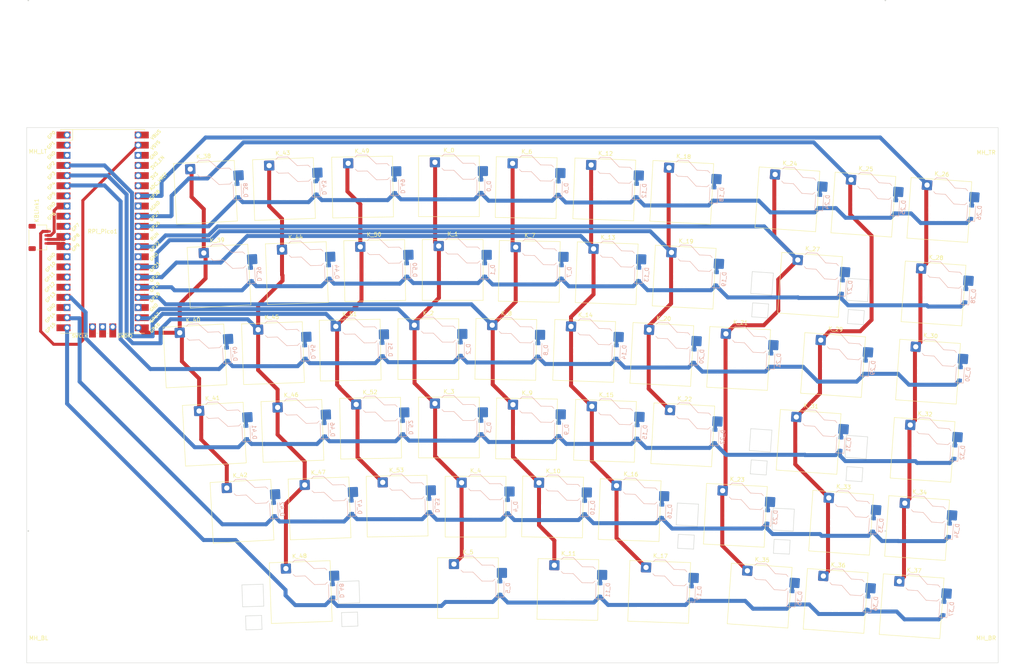
<source format=kicad_pcb>
(kicad_pcb (version 20211014) (generator pcbnew)
  (title_block (comment 4 "PCBWay Project ID: 43e78299-362d-4d2d-bc2b-fefc55351705"))
  (layers (0 "F.Cu" signal) (31 "B.Cu" signal) (34 "B.Paste" user) (35 "F.Paste" user) (36 "B.SilkS" user "B.Silkscreen") (37 "F.SilkS" user "F.Silkscreen") (38 "B.Mask" user) (39 "F.Mask" user) (44 "Edge.Cuts" user))
  (net 0 "")
  (net 1 "col0")
  (net 2 "col1")
  (net 3 "col2")
  (net 4 "col3")
  (net 5 "col4")
  (net 6 "col5")
  (net 7 "col6")
  (net 8 "col7")
  (net 9 "col8")
  (net 10 "col9")
  (net 11 "row0")
  (net 12 "row1")
  (net 13 "row2")
  (net 14 "row3")
  (net 15 "row4")
  (net 16 "row5")
  (net 17 "Net-(D_38-Pad2)")
  (net 18 "Net-(D_43-Pad2)")
  (net 19 "Net-(D_49-Pad2)")
  (net 20 "Net-(D_0-Pad2)")
  (net 21 "Net-(D_6-Pad2)")
  (net 22 "Net-(D_12-Pad2)")
  (net 23 "Net-(D_18-Pad2)")
  (net 24 "Net-(D_24-Pad2)")
  (net 25 "Net-(D_25-Pad2)")
  (net 26 "Net-(D_26-Pad2)")
  (net 27 "Net-(D_39-Pad2)")
  (net 28 "Net-(D_44-Pad2)")
  (net 29 "Net-(D_50-Pad2)")
  (net 30 "Net-(D_1-Pad2)")
  (net 31 "Net-(D_7-Pad2)")
  (net 32 "Net-(D_13-Pad2)")
  (net 33 "Net-(D_19-Pad2)")
  (net 34 "Net-(D_27-Pad2)")
  (net 35 "Net-(D_28-Pad2)")
  (net 36 "Net-(D_40-Pad2)")
  (net 37 "Net-(D_45-Pad2)")
  (net 38 "Net-(D_51-Pad2)")
  (net 39 "Net-(D_2-Pad2)")
  (net 40 "Net-(D_8-Pad2)")
  (net 41 "Net-(D_14-Pad2)")
  (net 42 "Net-(D_20-Pad2)")
  (net 43 "Net-(D_21-Pad2)")
  (net 44 "Net-(D_29-Pad2)")
  (net 45 "Net-(D_30-Pad2)")
  (net 46 "Net-(D_41-Pad2)")
  (net 47 "Net-(D_46-Pad2)")
  (net 48 "Net-(D_52-Pad2)")
  (net 49 "Net-(D_3-Pad2)")
  (net 50 "Net-(D_9-Pad2)")
  (net 51 "Net-(D_15-Pad2)")
  (net 52 "Net-(D_22-Pad2)")
  (net 53 "Net-(D_31-Pad2)")
  (net 54 "Net-(D_32-Pad2)")
  (net 55 "Net-(D_42-Pad2)")
  (net 56 "Net-(D_47-Pad2)")
  (net 57 "Net-(D_53-Pad2)")
  (net 58 "Net-(D_4-Pad2)")
  (net 59 "Net-(D_10-Pad2)")
  (net 60 "Net-(D_16-Pad2)")
  (net 61 "Net-(D_23-Pad2)")
  (net 62 "Net-(D_33-Pad2)")
  (net 63 "Net-(D_34-Pad2)")
  (net 64 "Net-(D_48-Pad2)")
  (net 65 "Net-(D_5-Pad2)")
  (net 66 "Net-(D_11-Pad2)")
  (net 67 "Net-(D_17-Pad2)")
  (net 68 "Net-(D_35-Pad2)")
  (net 69 "Net-(D_36-Pad2)")
  (net 70 "Net-(D_37-Pad2)")
  (net 71 "Net-(KBLink1-Pad1)")
  (net 72 "Net-(KBLink1-Pad2)")
  (net 73 "Net-(KBLink1-Pad3)")
  (net 74 "Net-(KBLink1-Pad4)")
  (footprint "Switch_Keyboard_Hotswap_Kailh:SW_Hotswap_Kailh_Choc_V1V2_1.00u" (layer "F.Cu") (at 183.858729 36.236653 -3)
    (fp_text reference "K_18")
    (fp_text value "KEYSW")
  )
  (footprint "Switch_Keyboard_Hotswap_Kailh:SW_Hotswap_Kailh_Choc_V1V2_1.00u" (layer "F.Cu") (at 229.286925 39.298877 -4)
    (fp_text reference "K_25")
    (fp_text value "KEYSW")
  )
  (footprint "Switch_Keyboard_Hotswap_Kailh:SW_Hotswap_Kailh_Choc_V1V2_1.00u" (layer "F.Cu") (at 73.865582 116.041368 3)
    (fp_text reference "K_42")
    (fp_text value "KEYSW")
  )
  (footprint "Switch_Keyboard_Hotswap_Kailh:SW_Hotswap_Kailh_Choc_V1V2_1.00u" (layer "F.Cu") (at 245.460046 81.105396 -4)
    (fp_text reference "K_30")
    (fp_text value "KEYSW")
  )
  (footprint "Switch_Keyboard_Hotswap_Kailh:SW_Hotswap_Kailh_Choc_V1V2_1.00u" (layer "F.Cu") (at 178.871565 76.798234 -3)
    (fp_text reference "K_20")
    (fp_text value "KEYSW")
  )
  (footprint "Switch_Keyboard_Hotswap_Kailh:SW_Hotswap_Kailh_Choc_V1V2_1.00u" (layer "F.Cu") (at 112.661515 114.763 1)
    (fp_text reference "K_53")
    (fp_text value "KEYSW")
  )
  (footprint "Switch_Keyboard_Hotswap_Kailh:SW_Hotswap_Kailh_Choc_V1V2_1.00u" (layer "F.Cu") (at 107.05956 55.796787 1)
    (fp_text reference "K_50")
    (fp_text value "KEYSW")
  )
  (footprint "Switch_Keyboard_Hotswap_Kailh:SW_Hotswap_Kailh_Choc_V1V2_1.00u" (layer "F.Cu") (at 93.255688 115.334258 2)
    (fp_text reference "K_47")
    (fp_text value "KEYSW")
  )
  (footprint "Switch_Keyboard_Hotswap_Kailh:SW_Hotswap_Kailh_Choc_V1V2_1.00u" (layer "F.Cu") (at 203.346676 137.168783 -4)
    (fp_text reference "K_35")
    (fp_text value "KEYSW")
  )
  (footprint "Switch_Keyboard_Hotswap_Kailh:SW_Hotswap_Kailh_Choc_V1V2_1.00u" (layer "F.Cu") (at 125.617201 34.698902)
    (fp_text reference "K_0")
    (fp_text value "KEYSW")
  )
  (footprint "Switch_Keyboard_Hotswap_Kailh:SW_Hotswap_Kailh_Choc_V1V2_1.00u" (layer "F.Cu") (at 125.617201 95.087402)
    (fp_text reference "K_3")
    (fp_text value "KEYSW")
  )
  (footprint "Switch_Keyboard_Hotswap_Kailh:SW_Hotswap_Kailh_Choc_V1V2_1.00u" (layer "F.Cu") (at 132.284701 114.899402)
    (fp_text reference "K_4")
    (fp_text value "KEYSW")
  )
  (footprint "Switch_Keyboard_Hotswap_Kailh:SW_Hotswap_Kailh_Choc_V1V2_1.00u" (layer "F.Cu") (at 244.09132 100.679099 -4)
    (fp_text reference "K_32")
    (fp_text value "KEYSW")
  )
  (footprint "MountingHole:MountingHole_2.2mm_M2" (layer "F.Cu") (at 23 151)
    (fp_text reference "MH_BL")
    (fp_text value "MountingHole_2.2mm_M2")
  )
  (footprint "Switch_Keyboard_Hotswap_Kailh:SW_Hotswap_Kailh_Choc_V1V2_1.00u" (layer "F.Cu") (at 184.464209 57.442905 -3)
    (fp_text reference "K_19")
    (fp_text value "KEYSW")
  )
  (footprint "Switch_Keyboard_Hotswap_Kailh:SW_Hotswap_Kailh_Choc_V1V2_1.00u" (layer "F.Cu") (at 223.718998 118.923941 -4)
    (fp_text reference "K_33")
    (fp_text value "KEYSW")
  )
  (footprint "Switch_Keyboard_Hotswap_Kailh:SW_Hotswap_Kailh_Choc_V1V2_1.00u" (layer "F.Cu") (at 222.350271 138.497644 -4)
    (fp_text reference "K_36")
    (fp_text value "KEYSW")
  )
  (footprint "Switch_Keyboard_Hotswap_Kailh:SW_Hotswap_Kailh_Choc_V1V2_1.00u" (layer "F.Cu") (at 84.364445 35.39536 2)
    (fp_text reference "K_43")
    (fp_text value "KEYSW")
  )
  (footprint "MCU_RaspberryPi_and_Boards:RPi_Pico_SMD_TH" (layer "F.Cu") (at 39 46)
    (fp_text reference "RPi_Pico1")
    (fp_text value "Pico")
  )
  (footprint "Switch_Keyboard_Hotswap_Kailh:SW_Hotswap_Kailh_Choc_V1V2_1.00u" (layer "F.Cu") (at 86.478621 95.937458 2)
    (fp_text reference "K_46")
    (fp_text value "KEYSW")
  )
  (footprint "Switch_Keyboard_Hotswap_Kailh:SW_Hotswap_Kailh_Choc_V1V2_1.00u" (layer "F.Cu") (at 126.569701 55.653902)
    (fp_text reference "K_1")
    (fp_text value "KEYSW")
  )
  (footprint "Switch_Keyboard_Hotswap_Kailh:SW_Hotswap_Kailh_Choc_V1V2_1.25u" (layer "F.Cu") (at 178.214347 136.230884 -2)
    (fp_text reference "K_17")
    (fp_text value "KEYSW")
  )
  (footprint "Switch_Keyboard_Hotswap_Kailh:SW_Hotswap_Kailh_Choc_V1V2_1.00u" (layer "F.Cu") (at 100.929313 75.718809 1)
    (fp_text reference "K_51")
    (fp_text value "KEYSW")
  )
  (footprint "Switch_Keyboard_Hotswap_Kailh:SW_Hotswap_Kailh_Choc_V1V2_1.00u" (layer "F.Cu") (at 64.722 36.21 3)
    (fp_text reference "K_38")
    (fp_text value "KEYSW")
  )
  (footprint "Switch_Keyboard_Hotswap_Kailh:SW_Hotswap_Kailh_Choc_V1V2_1.00u" (layer "F.Cu") (at 145.03041 95.434502 -1)
    (fp_text reference "K_9")
    (fp_text value "KEYSW")
  )
  (footprint "Switch_Keyboard_Hotswap_Kailh:SW_Hotswap_Kailh_Choc_V1V2_1.00u" (layer "F.Cu") (at 246.828773 61.531693 -4)
    (fp_text reference "K_28")
    (fp_text value "KEYSW")
  )
  (footprint "MountingHole:MountingHole_2.2mm_M2" (layer "F.Cu") (at 260 23)
    (fp_text reference "MH_TR")
    (fp_text value "MountingHole_2.2mm_M2")
  )
  (footprint "Switch_Keyboard_Hotswap_Kailh:SW_Hotswap_Kailh_Choc_V1V2_1.00u" (layer "F.Cu") (at 139.852519 75.529104 -1)
    (fp_text reference "K_8")
    (fp_text value "KEYSW")
  )
  (footprint "Switch_Keyboard_Hotswap_Kailh:SW_Hotswap_Kailh_Choc_V1V2_1.75u" (layer "F.Cu") (at 197.26843 117.059228 -3)
    (fp_text reference "K_23")
    (fp_text value "KEYSW")
  )
  (footprint "Switch_Keyboard_Hotswap_Kailh:SW_Hotswap_Kailh_Choc_V1V2_1.00u" (layer "F.Cu") (at 68.111538 57.206881 3)
    (fp_text reference "K_39")
    (fp_text value "KEYSW")
  )
  (footprint "Switch_Keyboard_Hotswap_Kailh:Stab-PG1350-2u.kicad_mod" (layer "F.Cu") (at 215.947931 59.372294 -4)
    (fp_text reference "ST_27")
    (fp_text value "Choc" hide)
    (fp_line (start -10 9) (end -14 9) (layer "Edge.Cuts") (width 0.12))
    (fp_line (start -10 5.5) (end -14 5.5) (layer "Edge.Cuts") (width 0.12))
    (fp_line (start -9.35 -2.3) (end -14.65 -2.3) (layer "Edge.Cuts") (width 0.12))
    (fp_line (start -14 5.5) (end -14 9) (layer "Edge.Cuts") (width 0.12))
    (fp_line (start 14 5.5) (end 10 5.5) (layer "Edge.Cuts") (width 0.12))
    (fp_line (start 14 9) (end 14 5.5) (layer "Edge.Cuts") (width 0.12))
    (fp_line (start 9.35 -2.3) (end 9.35 3.2) (layer "Edge.Cuts") (width 0.12))
    (fp_line (start -10 9) (end -10 5.5) (layer "Edge.Cuts") (width 0.12))
    (fp_line (start -9.35 3.2) (end -14.65 3.2) (layer "Edge.Cuts") (width 0.12))
    (fp_line (start -14.65 -2.3) (end -14.65 3.2) (layer "Edge.Cuts") (width 0.12))
    (fp_line (start -9.35 3.2) (end -9.35 -2.3) (layer "Edge.Cuts") (width 0.12))
    (fp_line (start 14.65 3.2) (end 9.35 3.2) (layer "Edge.Cuts") (width 0.12))
    (fp_line (start 10 5.5) (end 10 9) (layer "Edge.Cuts") (width 0.12))
    (fp_line (start 14 9) (end 10 9) (layer "Edge.Cuts") (width 0.12))
    (fp_line (start 14.65 -2.3) (end 9.35 -2.3) (layer "Edge.Cuts") (width 0.12))
    (fp_line (start 14.65 3.2) (end 14.65 -2.3) (layer "Edge.Cuts") (width 0.12))
  )
  (footprint "Connector_JST:JST_SH_SM04B-SRSS-TB_1x04-1MP_P1.00mm_Horizontal" (layer "F.Cu") (at 23.25 47.5 -90)
    (fp_text reference "KBLink1")
    (fp_text value "Conn_01x04_Male")
  )
  (footprint "Switch_Keyboard_Hotswap_Kailh:SW_Hotswap_Kailh_Choc_V1V2_1.00u" (layer "F.Cu") (at 159.448239 75.912713 -2)
    (fp_text reference "K_14")
    (fp_text value "KEYSW")
  )
  (footprint "Switch_Keyboard_Hotswap_Kailh:SW_Hotswap_Kailh_Choc_V1V2_1.00u" (layer "F.Cu") (at 120.473701 75.465902)
    (fp_text reference "K_2")
    (fp_text value "KEYSW")
  )
  (footprint "Switch_Keyboard_Hotswap_Kailh:SW_Hotswap_Kailh_Choc_V1V2_2.75u" (layer "F.Cu") (at 88.554416 136.275587 2)
    (fp_text reference "K_48")
    (fp_text value "KEYSW")
  )
  (footprint "Switch_Keyboard_Hotswap_Kailh:SW_Hotswap_Kailh_Choc_V1V2_1.00u" (layer "F.Cu") (at 165.083002 56.476023 -2)
    (fp_text reference "K_13")
    (fp_text value "KEYSW")
  )
  (footprint "MountingHole:MountingHole_2.2mm_M2" (layer "F.Cu") (at 260 151)
    (fp_text reference "MH_BR")
    (fp_text value "MountingHole_2.2mm_M2")
  )
  (footprint "Switch_Keyboard_Hotswap_Kailh:SW_Hotswap_Kailh_Choc_V1V2_2.00u" (layer "F.Cu") (at 215.585927 98.685808 -4)
    (fp_text reference "K_31")
    (fp_text value "KEYSW")
  )
  (footprint "Switch_Keyboard_Hotswap_Kailh:SW_Hotswap_Kailh_Choc_V1V2_1.00u" (layer "F.Cu") (at 106.033531 95.254203 1)
    (fp_text reference "K_52")
    (fp_text value "KEYSW")
  )
  (footprint "Switch_Keyboard_Hotswap_Kailh:SW_Hotswap_Kailh_Choc_V1V2_1.00u" (layer "F.Cu") (at 164.481634 35.487249 -2)
    (fp_text reference "K_12")
    (fp_text value "KEYSW")
  )
  (footprint "Switch_Keyboard_Hotswap_Kailh:SW_Hotswap_Kailh_Choc_V1V2_1.00u" (layer "F.Cu") (at 248.29052 40.627738 -4)
    (fp_text reference "K_26")
    (fp_text value "KEYSW")
  )
  (footprint "Switch_Keyboard_Hotswap_Kailh:SW_Hotswap_Kailh_Choc_V1V2_1.50u" (layer "F.Cu") (at 130.379701 135.282902)
    (fp_text reference "K_5")
    (fp_text value "KEYSW")
  )
  (footprint "Switch_Keyboard_Hotswap_Kailh:Stab-PG1350-2u.kicad_mod" (layer "F.Cu") (at 197.26843 117.059228 -3)
    (fp_text reference "ST_23")
    (fp_text value "Choc" hide)
    (fp_line (start 14 9) (end 14 5.5) (layer "Edge.Cuts") (width 0.12))
    (fp_line (start 14.65 -2.3) (end 9.35 -2.3) (layer "Edge.Cuts") (width 0.12))
    (fp_line (start -10 9) (end -10 5.5) (layer "Edge.Cuts") (width 0.12))
    (fp_line (start -9.35 -2.3) (end -14.65 -2.3) (layer "Edge.Cuts") (width 0.12))
    (fp_line (start 10 5.5) (end 10 9) (layer "Edge.Cuts") (width 0.12))
    (fp_line (start 14 5.5) (end 10 5.5) (layer "Edge.Cuts") (width 0.12))
    (fp_line (start -9.35 3.2) (end -14.65 3.2) (layer "Edge.Cuts") (width 0.12))
    (fp_line (start 14.65 3.2) (end 14.65 -2.3) (layer "Edge.Cuts") (width 0.12))
    (fp_line (start -10 5.5) (end -14 5.5) (layer "Edge.Cuts") (width 0.12))
    (fp_line (start 14.65 3.2) (end 9.35 3.2) (layer "Edge.Cuts") (width 0.12))
    (fp_line (start -10 9) (end -14 9) (layer "Edge.Cuts") (width 0.12))
    (fp_line (start 9.35 -2.3) (end 9.35 3.2) (layer "Edge.Cuts") (width 0.12))
    (fp_line (start -14.65 -2.3) (end -14.65 3.2) (layer "Edge.Cuts") (width 0.12))
    (fp_line (start -9.35 3.2) (end -9.35 -2.3) (layer "Edge.Cuts") (width 0.12))
    (fp_line (start -14 5.5) (end -14 9) (layer "Edge.Cuts") (width 0.12))
    (fp_line (start 14 9) (end 10 9) (layer "Edge.Cuts") (width 0.12))
  )
  (footprint "Switch_Keyboard_Hotswap_Kailh:SW_Hotswap_Kailh_Choc_V1V2_1.00u" (layer "F.Cu") (at 242.722593 120.252802 -4)
    (fp_text reference "K_34")
    (fp_text value "KEYSW")
  )
  (footprint "Switch_Keyboard_Hotswap_Kailh:SW_Hotswap_Kailh_Choc_V1V2_1.00u" (layer "F.Cu") (at 198.085696 77.805204 -3)
    (fp_text reference "K_21")
    (fp_text value "KEYSW")
  )
  (footprint "Switch_Keyboard_Hotswap_Kailh:Stab-PG1350-2u.kicad_mod" (layer "F.Cu") (at 88.554416 136.275587 2)
    (fp_text reference "ST_48")
    (fp_text value "Choc" hide)
    (fp_line (start -10 9) (end -14 9) (layer "Edge.Cuts") (width 0.12))
    (fp_line (start -9.35 -2.3) (end -14.65 -2.3) (layer "Edge.Cuts") (width 0.12))
    (fp_line (start 9.35 -2.3) (end 9.35 3.2) (layer "Edge.Cuts") (width 0.12))
    (fp_line (start -9.35 3.2) (end -14.65 3.2) (layer "Edge.Cuts") (width 0.12))
    (fp_line (start 14 9) (end 14 5.5) (layer "Edge.Cuts") (width 0.12))
    (fp_line (start -14 5.5) (end -14 9) (layer "Edge.Cuts") (width 0.12))
    (fp_line (start -9.35 3.2) (end -9.35 -2.3) (layer "Edge.Cuts") (width 0.12))
    (fp_line (start 14.65 3.2) (end 9.35 3.2) (layer "Edge.Cuts") (width 0.12))
    (fp_line (start -10 9) (end -10 5.5) (layer "Edge.Cuts") (width 0.12))
    (fp_line (start -10 5.5) (end -14 5.5) (layer "Edge.Cuts") (width 0.12))
    (fp_line (start 14 5.5) (end 10 5.5) (layer "Edge.Cuts") (width 0.12))
    (fp_line (start -14.65 -2.3) (end -14.65 3.2) (layer "Edge.Cuts") (width 0.12))
    (fp_line (start 14.65 -2.3) (end 9.35 -2.3) (layer "Edge.Cuts") (width 0.12))
    (fp_line (start 14.65 3.2) (end 14.65 -2.3) (layer "Edge.Cuts") (width 0.12))
    (fp_line (start 10 5.5) (end 10 9) (layer "Edge.Cuts") (width 0.12))
    (fp_line (start 14 9) (end 10 9) (layer "Edge.Cuts") (width 0.12))
  )
  (footprint "Switch_Keyboard_Hotswap_Kailh:SW_Hotswap_Kailh_Choc_V1V2_1.00u" (layer "F.Cu") (at 170.827755 115.76763 -2)
    (fp_text reference "K_16")
    (fp_text value "KEYSW")
  )
  (footprint "Switch_Keyboard_Hotswap_Kailh:SW_Hotswap_Kailh_Choc_V1V2_1.00u" (layer "F.Cu") (at 241.353866 139.826505 -4)
    (fp_text reference "K_37")
    (fp_text value "KEYSW")
  )
  (footprint "Switch_Keyboard_Hotswap_Kailh:SW_Hotswap_Kailh_Choc_V1V2_1.00u" (layer "F.Cu") (at 104.027251 34.891524 1)
    (fp_text reference "K_49")
    (fp_text value "KEYSW")
  )
  (footprint "MountingHole:MountingHole_2.2mm_M2" (layer "F.Cu") (at 22.812 22.748)
    (fp_text reference "MH_LT")
    (fp_text value "MountingHole_2.2mm_M2")
  )
  (footprint "Switch_Keyboard_Hotswap_Kailh:SW_Hotswap_Kailh_Choc_V1V2_1.00u" (layer "F.Cu") (at 145.71862 56.007008 -1)
    (fp_text reference "K_7")
    (fp_text value "KEYSW")
  )
  (footprint "Switch_Keyboard_Hotswap_Kailh:SW_Hotswap_Kailh_Choc_V1V2_1.00u" (layer "F.Cu") (at 184.11257 96.912093 -3)
    (fp_text reference "K_22")
    (fp_text value "KEYSW")
  )
  (footprint "Switch_Keyboard_Hotswap_Kailh:SW_Hotswap_Kailh_Choc_V1V2_1.50u" (layer "F.Cu") (at 221.705552 79.44432 -4)
    (fp_text reference "K_29")
    (fp_text value "KEYSW")
  )
  (footprint "Switch_Keyboard_Hotswap_Kailh:SW_Hotswap_Kailh_Choc_V1V2_1.00u" (layer "F.Cu") (at 144.941509 35.035251 -1)
    (fp_text reference "K_6")
    (fp_text value "KEYSW")
  )
  (footprint "Switch_Keyboard_Hotswap_Kailh:SW_Hotswap_Kailh_Choc_V1V2_2.25u" (layer "F.Cu") (at 215.947931 59.372294 -4)
    (fp_text reference "K_27")
    (fp_text value "KEYSW")
  )
  (footprint "Switch_Keyboard_Hotswap_Kailh:SW_Hotswap_Kailh_Choc_V1V2_1.00u" (layer "F.Cu") (at 210.283329 37.970017 -4)
    (fp_text reference "K_24")
    (fp_text value "KEYSW")
  )
  (footprint "Switch_Keyboard_Hotswap_Kailh:SW_Hotswap_Kailh_Choc_V1V2_1.00u" (layer "F.Cu") (at 155.379544 135.626241 -1)
    (fp_text reference "K_11")
    (fp_text value "KEYSW")
  )
  (footprint "Switch_Keyboard_Hotswap_Kailh:SW_Hotswap_Kailh_Choc_V1V2_1.00u" (layer "F.Cu") (at 87.577403 56.441552 2)
    (fp_text reference "K_44")
    (fp_text value "KEYSW")
  )
  (footprint "Switch_Keyboard_Hotswap_Kailh:Stab-PG1350-2u.kicad_mod" (layer "F.Cu") (at 215.585927 98.685808 -4)
    (fp_text reference "ST_31")
    (fp_text value "Choc" hide)
    (fp_line (start 14 9) (end 14 5.5) (layer "Edge.Cuts") (width 0.12))
    (fp_line (start -9.35 3.2) (end -14.65 3.2) (layer "Edge.Cuts") (width 0.12))
    (fp_line (start -14.65 -2.3) (end -14.65 3.2) (layer "Edge.Cuts") (width 0.12))
    (fp_line (start 14 5.5) (end 10 5.5) (layer "Edge.Cuts") (width 0.12))
    (fp_line (start 14.65 3.2) (end 14.65 -2.3) (layer "Edge.Cuts") (width 0.12))
    (fp_line (start 14 9) (end 10 9) (layer "Edge.Cuts") (width 0.12))
    (fp_line (start -10 5.5) (end -14 5.5) (layer "Edge.Cuts") (width 0.12))
    (fp_line (start 10 5.5) (end 10 9) (layer "Edge.Cuts") (width 0.12))
    (fp_line (start -9.35 3.2) (end -9.35 -2.3) (layer "Edge.Cuts") (width 0.12))
    (fp_line (start 14.65 3.2) (end 9.35 3.2) (layer "Edge.Cuts") (width 0.12))
    (fp_line (start -14 5.5) (end -14 9) (layer "Edge.Cuts") (width 0.12))
    (fp_line (start -9.35 -2.3) (end -14.65 -2.3) (layer "Edge.Cuts") (width 0.12))
    (fp_line (start -10 9) (end -10 5.5) (layer "Edge.Cuts") (width 0.12))
    (fp_line (start -10 9) (end -14 9) (layer "Edge.Cuts") (width 0.12))
    (fp_line (start 9.35 -2.3) (end 9.35 3.2) (layer "Edge.Cuts") (width 0.12))
    (fp_line (start 14.65 -2.3) (end 9.35 -2.3) (layer "Edge.Cuts") (width 0.12))
  )
  (footprint "Switch_Keyboard_Hotswap_Kailh:SW_Hotswap_Kailh_Choc_V1V2_1.00u" (layer "F.Cu") (at 164.658713 95.918743 -2)
    (fp_text reference "K_15")
    (fp_text value "KEYSW")
  )
  (footprint "Switch_Keyboard_Hotswap_Kailh:SW_Hotswap_Kailh_Choc_V1V2_1.00u" (layer "F.Cu") (at 66.941266 96.755829 3)
    (fp_text reference "K_41")
    (fp_text value "KEYSW")
  )
  (footprint "Switch_Keyboard_Hotswap_Kailh:SW_Hotswap_Kailh_Choc_V1V2_1.00u" (layer "F.Cu") (at 62.099607 77.170381 3)
    (fp_text reference "K_40")
    (fp_text value "KEYSW")
  )
  (footprint "Switch_Keyboard_Hotswap_Kailh:SW_Hotswap_Kailh_Choc_V1V2_1.00u" (layer "F.Cu") (at 151.548248 114.982231 -1)
    (fp_text reference "K_10")
    (fp_text value "KEYSW")
  )
  (footprint "Switch_Keyboard_Hotswap_Kailh:SW_Hotswap_Kailh_Choc_V1V2_1.00u" (layer "F.Cu") (at 81.605394 76.474175 2)
    (fp_text reference "K_45")
    (fp_text value "KEYSW")
  )
  (footprint "Diode_SMD:D_SOD-123" (layer "B.Cu") (at 252.071832 101.237151 86)
    (fp_text reference "D_32")
    (fp_text value "D")
  )
  (footprint "Diode_SMD:D_SOD-123" (layer "B.Cu") (at 163.378325 135.76586 89)
    (fp_text reference "D_11")
    (fp_text value "D")
  )
  (footprint "Diode_SMD:D_SOD-123" (layer "B.Cu") (at 231.69951 119.481993 86)
    (fp_text reference "D_33")
    (fp_text value "D")
  )
  (footprint "Diode_SMD:D_SOD-123" (layer "B.Cu") (at 178.822881 116.046826 88)
    (fp_text reference "D_16")
    (fp_text value "D")
  )
  (footprint "Diode_SMD:D_SOD-123" (layer "B.Cu") (at 95.57253 56.162356 92)
    (fp_text reference "D_44")
    (fp_text value "D")
  )
  (footprint "Diode_SMD:D_SOD-123" (layer "B.Cu") (at 134.569701 55.653902 90)
    (fp_text reference "D_1")
    (fp_text value "D")
  )
  (footprint "Diode_SMD:D_SOD-123" (layer "B.Cu") (at 108.928095 75.579189 91)
    (fp_text reference "D_51")
    (fp_text value "D")
  )
  (footprint "Diode_SMD:D_SOD-123" (layer "B.Cu") (at 159.547029 115.121851 89)
    (fp_text reference "D_10")
    (fp_text value "D")
  )
  (footprint "Diode_SMD:D_SOD-123" (layer "B.Cu") (at 147.8513 75.668723 89)
    (fp_text reference "D_8")
    (fp_text value "D")
  )
  (footprint "Diode_SMD:D_SOD-123" (layer "B.Cu") (at 101.250815 115.055062 92)
    (fp_text reference "D_47")
    (fp_text value "D")
  )
  (footprint "Diode_SMD:D_SOD-123" (layer "B.Cu") (at 192.101606 97.33078 87)
    (fp_text reference "D_22")
    (fp_text value "D")
  )
  (footprint "Diode_SMD:D_SOD-123" (layer "B.Cu") (at 70.088643 76.751693 93)
    (fp_text reference "D_40")
    (fp_text value "D")
  )
  (footprint "Diode_SMD:D_SOD-123" (layer "B.Cu") (at 256.271032 41.18579 86)
    (fp_text reference "D_26")
    (fp_text value "D")
  )
  (footprint "Diode_SMD:D_SOD-123" (layer "B.Cu") (at 120.660297 114.623381 91)
    (fp_text reference "D_53")
    (fp_text value "D")
  )
  (footprint "Diode_SMD:D_SOD-123" (layer "B.Cu") (at 133.617201 95.087402 90)
    (fp_text reference "D_3")
    (fp_text value "D")
  )
  (footprint "Diode_SMD:D_SOD-123" (layer "B.Cu") (at 218.263842 38.528068 86)
    (fp_text reference "D_24")
    (fp_text value "D")
  )
  (footprint "Diode_SMD:D_SOD-123" (layer "B.Cu") (at 112.026033 34.751905 91)
    (fp_text reference "D_49")
    (fp_text value "D")
  )
  (footprint "Diode_SMD:D_SOD-123" (layer "B.Cu") (at 140.284701 114.899402 90)
    (fp_text reference "D_4")
    (fp_text value "D")
  )
  (footprint "Diode_SMD:D_SOD-123" (layer "B.Cu") (at 153.029192 95.574121 89)
    (fp_text reference "D_9")
    (fp_text value "D")
  )
  (footprint "Diode_SMD:D_SOD-123" (layer "B.Cu") (at 115.058342 55.657167 91)
    (fp_text reference "D_50")
    (fp_text value "D")
  )
  (footprint "Diode_SMD:D_SOD-123" (layer "B.Cu") (at 167.443366 76.191909 88)
    (fp_text reference "D_14")
    (fp_text value "D")
  )
  (footprint "Diode_SMD:D_SOD-123" (layer "B.Cu") (at 192.453245 57.861593 87)
    (fp_text reference "D_19")
    (fp_text value "D")
  )
  (footprint "Diode_SMD:D_SOD-123" (layer "B.Cu") (at 254.809285 62.089745 86)
    (fp_text reference "D_28")
    (fp_text value "D")
  )
  (footprint "Diode_SMD:D_SOD-123" (layer "B.Cu") (at 191.847765 36.655341 87)
    (fp_text reference "D_18")
    (fp_text value "D")
  )
  (footprint "Diode_SMD:D_SOD-123" (layer "B.Cu") (at 230.330783 139.055696 86)
    (fp_text reference "D_36")
    (fp_text value "D")
  )
  (footprint "Diode_SMD:D_SOD-123" (layer "B.Cu") (at 92.359571 35.116164 92)
    (fp_text reference "D_43")
    (fp_text value "D")
  )
  (footprint "Diode_SMD:D_SOD-123" (layer "B.Cu") (at 211.327188 137.726835 86)
    (fp_text reference "D_35")
    (fp_text value "D")
  )
  (footprint "Diode_SMD:D_SOD-123" (layer "B.Cu") (at 138.379701 135.282902 90)
    (fp_text reference "D_5")
    (fp_text value "D")
  )
  (footprint "Diode_SMD:D_SOD-123" (layer "B.Cu") (at 96.549543 135.996391 92)
    (fp_text reference "D_48")
    (fp_text value "D")
  )
  (footprint "Diode_SMD:D_SOD-123" (layer "B.Cu") (at 206.074733 78.223892 87)
    (fp_text reference "D_21")
    (fp_text value "D")
  )
  (footprint "Diode_SMD:D_SOD-123" (layer "B.Cu") (at 223.566439 99.243859 86)
    (fp_text reference "D_31")
    (fp_text value "D")
  )
  (footprint "Diode_SMD:D_SOD-123" (layer "B.Cu") (at 114.032312 95.114584 91)
    (fp_text reference "D_52")
    (fp_text value "D")
  )
  (footprint "Diode_SMD:D_SOD-123" (layer "B.Cu") (at 223.928443 59.930346 86)
    (fp_text reference "D_27")
    (fp_text value "D")
  )
  (footprint "Diode_SMD:D_SOD-123" (layer "B.Cu") (at 250.703105 120.810854 86)
    (fp_text reference "D_34")
    (fp_text value "D")
  )
  (footprint "Diode_SMD:D_SOD-123" (layer "B.Cu") (at 89.60052 76.194979 92)
    (fp_text reference "D_45")
    (fp_text value "D")
  )
  (footprint "Diode_SMD:D_SOD-123" (layer "B.Cu") (at 128.473701 75.465902 90)
    (fp_text reference "D_2")
    (fp_text value "D")
  )
  (footprint "Diode_SMD:D_SOD-123" (layer "B.Cu") (at 205.257466 117.477916 87)
    (fp_text reference "D_23")
    (fp_text value "D")
  )
  (footprint "Diode_SMD:D_SOD-123" (layer "B.Cu") (at 152.94029 35.17487 89)
    (fp_text reference "D_6")
    (fp_text value "D")
  )
  (footprint "Diode_SMD:D_SOD-123" (layer "B.Cu") (at 81.854619 115.622681 93)
    (fp_text reference "D_42")
    (fp_text value "D")
  )
  (footprint "Diode_SMD:D_SOD-123" (layer "B.Cu") (at 186.209474 136.51008 88)
    (fp_text reference "D_17")
    (fp_text value "D")
  )
  (footprint "Diode_SMD:D_SOD-123" (layer "B.Cu") (at 172.47676 35.766445 88)
    (fp_text reference "D_12")
    (fp_text value "D")
  )
  (footprint "Diode_SMD:D_SOD-123" (layer "B.Cu") (at 237.267437 39.856929 86)
    (fp_text reference "D_25")
    (fp_text value "D")
  )
  (footprint "Diode_SMD:D_SOD-123" (layer "B.Cu") (at 94.473748 95.658262 92)
    (fp_text reference "D_46")
    (fp_text value "D")
  )
  (footprint "Diode_SMD:D_SOD-123" (layer "B.Cu") (at 173.078129 56.755219 88)
    (fp_text reference "D_13")
    (fp_text value "D")
  )
  (footprint "Diode_SMD:D_SOD-123" (layer "B.Cu") (at 229.686065 80.002372 86)
    (fp_text reference "D_29")
    (fp_text value "D")
  )
  (footprint "Diode_SMD:D_SOD-123" (layer "B.Cu") (at 74.930302 96.337141 93)
    (fp_text reference "D_41")
    (fp_text value "D")
  )
  (footprint "Diode_SMD:D_SOD-123" (layer "B.Cu") (at 253.440559 81.663448 86)
    (fp_text reference "D_30")
    (fp_text value "D")
  )
  (footprint "Diode_SMD:D_SOD-123" (layer "B.Cu") (at 72.711037 35.791313 93)
    (fp_text reference "D_38")
    (fp_text value "D")
  )
  (footprint "Diode_SMD:D_SOD-123" (layer "B.Cu") (at 133.617201 34.698902 90)
    (fp_text reference "D_0")
    (fp_text value "D")
  )
  (footprint "Diode_SMD:D_SOD-123" (layer "B.Cu") (at 186.860601 77.216922 87)
    (fp_text reference "D_20")
    (fp_text value "D")
  )
  (footprint "Diode_SMD:D_SOD-123" (layer "B.Cu") (at 172.653839 96.197939 88)
    (fp_text reference "D_15")
    (fp_text value "D")
  )
  (footprint "Diode_SMD:D_SOD-123" (layer "B.Cu") (at 76.100574 56.788194 93)
    (fp_text reference "D_39")
    (fp_text value "D")
  )
  (footprint "Diode_SMD:D_SOD-123" (layer "B.Cu") (at 153.717401 56.146627 89)
    (fp_text reference "D_7")
    (fp_text value "D")
  )
  (footprint "Diode_SMD:D_SOD-123" (layer "B.Cu") (at 249.334379 140.384557 86)
    (fp_text reference "D_37")
    (fp_text value "D")
  )
  (gr_arc (start 20.417201 120.991733) (mid 20.417201 120.991733) (end 20.417201 120.991733) (layer "Edge.Cuts") (width 0.2))
  (gr_arc (start 234.784788 120.991733) (mid 234.784788 120.991733) (end 234.784788 120.991733) (layer "Edge.Cuts") (width 0.2))
  (gr_arc (start 20.417201 -11.827098) (mid 20.417201 -11.827098) (end 20.417201 -11.827098) (layer "Edge.Cuts") (width 0.2))
  (gr_rect (start 263 20) (end 20 154) (layer "Edge.Cuts") (width 0.1) (fill none))
  (gr_arc (start 234.784788 -11.827098) (mid 234.784788 -11.827098) (end 234.784788 -11.827098) (layer "Edge.Cuts") (width 0.2))
  (segment (start 64.302319 40.421192) (end 61.25 37.368873) (width 1) (layer "F.Cu") (net 1))
  (segment (start 61.25 37.368873) (end 61.25 30.738618) (width 1) (layer "F.Cu") (net 1))
  (segment (start 63.132047 90.947228) (end 63.132047 82.833694) (width 1) (layer "F.Cu") (net 1))
  (segment (start 58.825086 78.526733) (end 58.825086 71.896478) (width 1) (layer "F.Cu") (net 1))
  (segment (start 58.290388 64.226904) (end 62.758646 59.758646) (width 1) (layer "F.Cu") (net 1))
  (segment (start 63.666745 98.112181) (end 63.666745 91.481926) (width 1) (layer "F.Cu") (net 1))
  (segment (start 63.132047 82.833694) (end 58.825086 78.526733) (width 1) (layer "F.Cu") (net 1))
  (segment (start 58.825086 71.896478) (end 58.290388 71.36178) (width 1) (layer "F.Cu") (net 1))
  (segment (start 70.056363 104.501799) (end 63.666745 98.112181) (width 1) (layer "F.Cu") (net 1))
  (segment (start 58.290388 71.36178) (end 58.290388 64.226904) (width 1) (layer "F.Cu") (net 1))
  (segment (start 49.12178 71.36178) (end 47.89 70.13) (width 1) (layer "F.Cu") (net 1))
  (segment (start 62.758646 59.758646) (end 64.75 57.767292) (width 1) (layer "F.Cu") (net 1))
  (segment (start 64.302319 51.39828) (end 64.302319 40.421192) (width 1) (layer "F.Cu") (net 1))
  (segment (start 70.056363 110.232767) (end 70.056363 104.501799) (width 1) (layer "F.Cu") (net 1))
  (segment (start 58.290388 71.36178) (end 49.12178 71.36178) (width 1) (layer "F.Cu") (net 1))
  (segment (start 63.666745 91.481926) (end 63.132047 90.947228) (width 1) (layer "F.Cu") (net 1))
  (segment (start 64.75 57.767292) (end 64.75 51.845961) (width 1) (layer "F.Cu") (net 1))
  (segment (start 64.75 51.845961) (end 64.302319 51.39828) (width 1) (layer "F.Cu") (net 1))
  (segment (start 61.25 30.738618) (end 60.912781 30.401399) (width 1) (layer "F.Cu") (net 1))
  (segment (start 82.771356 96.861066) (end 89.548423 103.638133) (width 1) (layer "F.Cu") (net 2))
  (segment (start 80.65718 39.635322) (end 83.870138 42.84828) (width 1) (layer "F.Cu") (net 2))
  (segment (start 83.870138 42.84828) (end 83.870138 50.567355) (width 1) (layer "F.Cu") (net 2))
  (segment (start 83.870138 50.567355) (end 83.870138 56.870138) (width 1) (layer "F.Cu") (net 2))
  (segment (start 89.548423 103.638133) (end 89.548423 109.460061) (width 1) (layer "F.Cu") (net 2))
  (segment (start 82.771356 85.587364) (end 82.771356 90.063261) (width 1) (layer "F.Cu") (net 2))
  (segment (start 89.548423 109.460061) (end 84.847151 114.161333) (width 1) (layer "F.Cu") (net 2))
  (segment (start 82.771356 90.063261) (end 82.771356 96.861066) (width 1) (layer "F.Cu") (net 2))
  (segment (start 84 58.331738) (end 77.898129 64.433609) (width 1) (layer "F.Cu") (net 2))
  (segment (start 77.898129 64.433609) (end 77.898129 70.599978) (width 1) (layer "F.Cu") (net 2))
  (segment (start 80.65718 29.521163) (end 80.65718 39.635322) (width 1) (layer "F.Cu") (net 2))
  (segment (start 84 57) (end 84 58.331738) (width 1) (layer "F.Cu") (net 2))
  (segment (start 77.898129 70.599978) (end 77.898129 80.714137) (width 1) (layer "F.Cu") (net 2))
  (segment (start 84.847151 114.161333) (end 84.847151 130.40139) (width 1) (layer "F.Cu") (net 2))
  (segment (start 77.898129 80.714137) (end 82.771356 85.587364) (width 1) (layer "F.Cu") (net 2))
  (segment (start 83.870138 56.870138) (end 84 57) (width 1) (layer "F.Cu") (net 2))
  (segment (start 77.898129 70.599978) (end 75.298151 68) (width 1) (layer "B.Cu") (net 2))
  (segment (start 53.5 70.5) (end 53.5 74) (width 1) (layer "B.Cu") (net 2))
  (segment (start 45 72.452319) (end 45 36.75) (width 1) (layer "B.Cu") (net 2))
  (segment (start 56 68) (end 53.5 70.5) (width 1) (layer "B.Cu") (net 2))
  (segment (start 53.5 74) (end 46.547681 74) (width 1) (layer "B.Cu") (net 2))
  (segment (start 75.298151 68) (end 56 68) (width 1) (layer "B.Cu") (net 2))
  (segment (start 45 36.75) (end 40.25 32) (width 1) (layer "B.Cu") (net 2))
  (segment (start 46.547681 74) (end 45 72.452319) (width 1) (layer "B.Cu") (net 2))
  (segment (start 30.14 32) (end 30.11 32.03) (width 1) (layer "B.Cu") (net 2))
  (segment (start 40.25 32) (end 30.14 32) (width 1) (layer "B.Cu") (net 2))
  (segment (start 102.75901 102.526673) (end 102.75901 89.64586) (width 1) (layer "F.Cu") (net 3))
  (segment (start 97.654792 70.110466) (end 97.325132 69.780806) (width 1) (layer "F.Cu") (net 3))
  (segment (start 98.25 85) (end 97.654792 84.404792) (width 1) (layer "F.Cu") (net 3))
  (segment (start 98.25 85.13685) (end 98.25 85) (width 1) (layer "F.Cu") (net 3))
  (segment (start 102.75901 89.64586) (end 102.42935 89.3162) (width 1) (layer "F.Cu") (net 3))
  (segment (start 103.455379 39.205379) (end 100.22761 35.97761) (width 1) (layer "F.Cu") (net 3))
  (segment (start 102.42935 89.3162) (end 98.25 85.13685) (width 1) (layer "F.Cu") (net 3))
  (segment (start 97.325132 69.780806) (end 103.75 63.355938) (width 1) (layer "F.Cu") (net 3))
  (segment (start 109.057334 108.824997) (end 102.75901 102.526673) (width 1) (layer "F.Cu") (net 3))
  (segment (start 97.654792 84.404792) (end 97.654792 70.110466) (width 1) (layer "F.Cu") (net 3))
  (segment (start 103.75 50.153405) (end 103.455379 49.858784) (width 1) (layer "F.Cu") (net 3))
  (segment (start 100.22761 29.148981) (end 100.42307 28.953521) (width 1) (layer "F.Cu") (net 3))
  (segment (start 103.455379 49.858784) (end 103.455379 39.205379) (width 1) (layer "F.Cu") (net 3))
  (segment (start 100.22761 35.97761) (end 100.22761 29.148981) (width 1) (layer "F.Cu") (net 3))
  (segment (start 103.75 63.355938) (end 103.75 50.153405) (width 1) (layer "F.Cu") (net 3))
  (segment (start 39.49 29.49) (end 30.11 29.49) (width 1) (layer "B.Cu") (net 3))
  (segment (start 46.340489 36.340489) (end 39.49 29.49) (width 1) (layer "B.Cu") (net 3))
  (segment (start 54 66.64904) (end 51.5 69.14904) (width 1) (layer "B.Cu") (net 3))
  (segment (start 51.5 69.14904) (end 51.5 72.25) (width 1) (layer "B.Cu") (net 3))
  (segment (start 51.5 72.25) (end 46.5 72.25) (width 1) (layer "B.Cu") (net 3))
  (segment (start 97.325132 69.075132) (end 94.89904 66.64904) (width 1) (layer "B.Cu") (net 3))
  (segment (start 46.340489 72.090489) (end 46.340489 36.340489) (width 1) (layer "B.Cu") (net 3))
  (segment (start 46.5 72.25) (end 46.340489 72.090489) (width 1) (layer "B.Cu") (net 3))
  (segment (start 97.325132 69.780806) (end 97.325132 69.075132) (width 1) (layer "B.Cu") (net 3))
  (segment (start 94.89904 66.64904) (end 54 66.64904) (width 1) (layer "B.Cu") (net 3))
  (segment (start 122.166722 102.281423) (end 128.784701 108.899402) (width 1) (layer "F.Cu") (net 4))
  (segment (start 122.166722 28.748423) (end 122.166722 48.750923) (width 1) (layer "F.Cu") (net 4))
  (segment (start 116.973701 69.465902) (end 117.023222 69.515423) (width 1) (layer "F.Cu") (net 4))
  (segment (start 128.834222 117.691236) (end 128.834222 127.328381) (width 1) (layer "F.Cu") (net 4))
  (segment (start 128.834222 127.328381) (end 126.879701 129.282902) (width 1) (layer "F.Cu") (net 4))
  (segment (start 122.166722 48.750923) (end 123.069701 49.653902) (width 1) (layer "F.Cu") (net 4))
  (segment (start 123.119222 62.630778) (end 116.973701 68.776299) (width 1) (layer "F.Cu") (net 4))
  (segment (start 116.973701 68.776299) (end 116.973701 69.465902) (width 1) (layer "F.Cu") (net 4))
  (segment (start 128.784701 108.899402) (end 128.784701 117.641715) (width 1) (layer "F.Cu") (net 4))
  (segment (start 128.784701 117.641715) (end 128.834222 117.691236) (width 1) (layer "F.Cu") (net 4))
  (segment (start 117.023222 83.993423) (end 122.117201 89.087402) (width 1) (layer "F.Cu") (net 4))
  (segment (start 122.166722 89.136923) (end 122.166722 102.281423) (width 1) (layer "F.Cu") (net 4))
  (segment (start 117.023222 69.515423) (end 117.023222 83.993423) (width 1) (layer "F.Cu") (net 4))
  (segment (start 122.117201 28.698902) (end 122.166722 28.748423) (width 1) (layer "F.Cu") (net 4))
  (segment (start 123.069701 49.653902) (end 123.119222 49.703423) (width 1) (layer "F.Cu") (net 4))
  (segment (start 123.119222 49.703423) (end 123.119222 62.630778) (width 1) (layer "F.Cu") (net 4))
  (segment (start 122.117201 89.087402) (end 122.166722 89.136923) (width 1) (layer "F.Cu") (net 4))
  (segment (start 116.973701 69.465902) (end 112.957319 65.44952) (width 1) (layer "B.Cu") (net 4))
  (segment (start 112.957319 65.44952) (end 53.30048 65.44952) (width 1) (layer "B.Cu") (net 4))
  (segment (start 53.30048 65.44952) (end 51 67.75) (width 1) (layer "B.Cu") (net 4))
  (segment (start 51 67.75) (end 48.05 67.75) (width 1) (layer "B.Cu") (net 4))
  (segment (start 141.635658 102.404223) (end 141.635658 89.374332) (width 1) (layer "F.Cu") (net 5))
  (segment (start 151.984792 129.566071) (end 151.984792 123.378492) (width 1) (layer "F.Cu") (net 5))
  (segment (start 151.984792 123.378492) (end 148.153496 119.547196) (width 1) (layer "F.Cu") (net 5))
  (segment (start 148.153496 119.547196) (end 148.153496 108.922061) (width 1) (layer "F.Cu") (net 5))
  (segment (start 136.577998 69.589165) (end 136.457767 69.468934) (width 1) (layer "F.Cu") (net 5))
  (segment (start 142.323868 63.602833) (end 142.323868 49.946838) (width 1) (layer "F.Cu") (net 5))
  (segment (start 148.153496 108.922061) (end 141.635658 102.404223) (width 1) (layer "F.Cu") (net 5))
  (segment (start 141.546757 49.169727) (end 141.546757 28.975081) (width 1) (layer "F.Cu") (net 5))
  (segment (start 142.323868 49.946838) (end 141.546757 49.169727) (width 1) (layer "F.Cu") (net 5))
  (segment (start 141.635658 89.374332) (end 136.577998 84.316672) (width 1) (layer "F.Cu") (net 5))
  (segment (start 136.457767 69.468934) (end 142.323868 63.602833) (width 1) (layer "F.Cu") (net 5))
  (segment (start 136.577998 84.316672) (end 136.577998 69.589165) (width 1) (layer "F.Cu") (net 5))
  (segment (start 131.238833 64.25) (end 54.75 64.25) (width 1) (layer "B.Cu") (net 5))
  (segment (start 53.01 62.51) (end 47.89 62.51) (width 1) (layer "B.Cu") (net 5))
  (segment (start 136.457767 69.468934) (end 131.238833 64.25) (width 1) (layer "B.Cu") (net 5))
  (segment (start 54.75 64.25) (end 53.01 62.51) (width 1) (layer "B.Cu") (net 5))
  (segment (start 161.370242 103.480095) (end 167.539284 109.649137) (width 1) (layer "F.Cu") (net 6))
  (segment (start 161.193163 29.368756) (end 161.193163 49.756162) (width 1) (layer "F.Cu") (net 6))
  (segment (start 167.539284 109.649137) (end 167.539284 122.725799) (width 1) (layer "F.Cu") (net 6))
  (segment (start 161.794531 61.751527) (end 156.159768 67.38629) (width 1) (layer "F.Cu") (net 6))
  (segment (start 161.794531 50.35753) (end 161.794531 61.751527) (width 1) (layer "F.Cu") (net 6))
  (segment (start 156.173718 84.603726) (end 161.370242 89.80025) (width 1) (layer "F.Cu") (net 6))
  (segment (start 156.173718 69.80817) (end 156.173718 84.603726) (width 1) (layer "F.Cu") (net 6))
  (segment (start 161.193163 49.756162) (end 161.794531 50.35753) (width 1) (layer "F.Cu") (net 6))
  (segment (start 161.370242 89.80025) (end 161.370242 103.480095) (width 1) (layer "F.Cu") (net 6))
  (segment (start 167.539284 122.725799) (end 174.925876 130.112391) (width 1) (layer "F.Cu") (net 6))
  (segment (start 156.159768 69.79422) (end 156.173718 69.80817) (width 1) (layer "F.Cu") (net 6))
  (segment (start 156.159768 67.38629) (end 156.159768 69.79422) (width 1) (layer "F.Cu") (net 6))
  (segment (start 68.533903 53.80048) (end 57.44952 53.80048) (width 1) (layer "B.Cu") (net 6))
  (segment (start 75.185343 47.14904) (end 68.533903 53.80048) (width 1) (layer "B.Cu") (net 6))
  (segment (start 158.586041 47.14904) (end 75.185343 47.14904) (width 1) (layer "B.Cu") (net 6))
  (segment (start 57.44952 53.80048) (end 53.75 57.5) (width 1) (layer "B.Cu") (net 6))
  (segment (start 53.68 57.43) (end 47.89 57.43) (width 1) (layer "B.Cu") (net 6))
  (segment (start 53.75 57.5) (end 53.68 57.43) (width 1) (layer "B.Cu") (net 6))
  (segment (start 161.794531 50.35753) (end 158.586041 47.14904) (width 1) (layer "B.Cu") (net 6))
  (segment (start 181.189688 51.361285) (end 181.189688 64.060312) (width 1) (layer "F.Cu") (net 7))
  (segment (start 180.677541 30.0617) (end 180.584208 30.155033) (width 1) (layer "F.Cu") (net 7))
  (segment (start 175.690377 70.623281) (end 175.597044 70.716614) (width 1) (layer "F.Cu") (net 7))
  (segment (start 175.597044 70.716614) (end 175.597044 85.402802) (width 1) (layer "F.Cu") (net 7))
  (segment (start 181.189688 64.060312) (end 175.690377 69.559623) (width 1) (layer "F.Cu") (net 7))
  (segment (start 180.584208 30.155033) (end 180.584208 50.569139) (width 1) (layer "F.Cu") (net 7))
  (segment (start 181.283021 51.267952) (end 181.189688 51.361285) (width 1) (layer "F.Cu") (net 7))
  (segment (start 180.584208 50.569139) (end 181.283021 51.267952) (width 1) (layer "F.Cu") (net 7))
  (segment (start 175.597044 85.402802) (end 180.931382 90.73714) (width 1) (layer "F.Cu") (net 7))
  (segment (start 175.690377 69.559623) (end 175.690377 70.623281) (width 1) (layer "F.Cu") (net 7))
  (segment (start 52.5 54.75) (end 52.36 54.89) (width 1) (layer "B.Cu") (net 7))
  (segment (start 55.75 48.19952) (end 52.5 51.44952) (width 1) (layer "B.Cu") (net 7))
  (segment (start 181.283021 51.267952) (end 175.964589 45.94952) (width 1) (layer "B.Cu") (net 7))
  (segment (start 65.996857 48.19952) (end 55.75 48.19952) (width 1) (layer "B.Cu") (net 7))
  (segment (start 52.5 51.44952) (end 52.5 54.75) (width 1) (layer "B.Cu") (net 7))
  (segment (start 175.964589 45.94952) (end 68.246858 45.94952) (width 1) (layer "B.Cu") (net 7))
  (segment (start 68.246858 45.94952) (end 65.996857 48.19952) (width 1) (layer "B.Cu") (net 7))
  (segment (start 52.36 54.89) (end 47.89 54.89) (width 1) (layer "B.Cu") (net 7))
  (segment (start 194.811175 71.723584) (end 194.811175 110.160342) (width 1) (layer "F.Cu") (net 8))
  (segment (start 193.993909 110.977608) (end 193.993909 124.659419) (width 1) (layer "F.Cu") (net 8))
  (segment (start 197.034759 69.5) (end 194.904508 71.630251) (width 1) (layer "F.Cu") (net 8))
  (segment (start 194.087242 110.884275) (end 193.993909 110.977608) (width 1) (layer "F.Cu") (net 8))
  (segment (start 207.008808 31.942071) (end 207.008808 47.276574) (width 1) (layer "F.Cu") (net 8))
  (segment (start 194.811175 110.160342) (end 194.087242 110.884275) (width 1) (layer "F.Cu") (net 8))
  (segment (start 208 65.867569) (end 204.367569 69.5) (width 1) (layer "F.Cu") (net 8))
  (segment (start 194.904508 71.630251) (end 194.811175 71.723584) (width 1) (layer "F.Cu") (net 8))
  (segment (start 207.210394 31.740485) (end 207.008808 31.942071) (width 1) (layer "F.Cu") (net 8))
  (segment (start 193.993909 124.659419) (end 200.273741 130.939251) (width 1) (layer "F.Cu") (net 8))
  (segment (start 212.874996 53.142762) (end 208 58.017758) (width 1) (layer "F.Cu") (net 8))
  (segment (start 204.367569 69.5) (end 197.034759 69.5) (width 1) (layer "F.Cu") (net 8))
  (segment (start 208 58.017758) (end 208 65.867569) (width 1) (layer "F.Cu") (net 8))
  (segment (start 207.008808 47.276574) (end 212.874996 53.142762) (width 1) (layer "F.Cu") (net 8))
  (segment (start 67.75 44.75) (end 65.5 47) (width 1) (layer "B.Cu") (net 8))
  (segment (start 65.5 47) (end 54.75 47) (width 1) (layer "B.Cu") (net 8))
  (segment (start 51.94 49.81) (end 47.89 49.81) (width 1) (layer "B.Cu") (net 8))
  (segment (start 212.874996 53.142762) (end 204.482234 44.75) (width 1) (layer "B.Cu") (net 8))
  (segment (start 204.482234 44.75) (end 67.75 44.75) (width 1) (layer "B.Cu") (net 8))
  (segment (start 54.75 47) (end 51.94 49.81) (width 1) (layer "B.Cu") (net 8))
  (segment (start 231.338067 47.088067) (end 226 41.75) (width 1) (layer "F.Cu") (net 9))
  (segment (start 226 41.75) (end 226 33.283335) (width 1) (layer "F.Cu") (net 9))
  (segment (start 212.25 92.719268) (end 212.512992 92.456276) (width 1) (layer "F.Cu") (net 9))
  (segment (start 231.338067 68.145194) (end 231.338067 47.088067) (width 1) (layer "F.Cu") (net 9))
  (segment (start 220.444477 131.100971) (end 220.444477 112.895995) (width 1) (layer "F.Cu") (net 9))
  (segment (start 212.512992 92.456276) (end 218.431031 86.538237) (width 1) (layer "F.Cu") (net 9))
  (segment (start 228.483261 71) (end 231.338067 68.145194) (width 1) (layer "F.Cu") (net 9))
  (segment (start 220.847405 71) (end 228.483261 71) (width 1) (layer "F.Cu") (net 9))
  (segment (start 212.25 104.298346) (end 212.25 92.719268) (width 1) (layer "F.Cu") (net 9))
  (segment (start 218.431031 86.538237) (end 218.431031 73.416374) (width 1) (layer "F.Cu") (net 9))
  (segment (start 218.431031 73.416374) (end 218.632617 73.214788) (width 1) (layer "F.Cu") (net 9))
  (segment (start 219.277336 132.268112) (end 220.444477 131.100971) (width 1) (layer "F.Cu") (net 9))
  (segment (start 220.646063 112.694409) (end 212.25 104.298346) (width 1) (layer "F.Cu") (net 9))
  (segment (start 226 33.283335) (end 226.21399 33.069345) (width 1) (layer "F.Cu") (net 9))
  (segment (start 220.444477 112.895995) (end 220.646063 112.694409) (width 1) (layer "F.Cu") (net 9))
  (segment (start 218.632617 73.214788) (end 220.847405 71) (width 1) (layer "F.Cu") (net 9))
  (segment (start 60.573899 32.75) (end 56.25 37.073899) (width 1) (layer "B.Cu") (net 9))
  (segment (start 56.25 42) (end 56.06 42.19) (width 1) (layer "B.Cu") (net 9))
  (segment (start 65.197964 32.75) (end 60.573899 32.75) (width 1) (layer "B.Cu") (net 9))
  (segment (start 56.25 37.073899) (end 56.25 42) (width 1) (layer "B.Cu") (net 9))
  (segment (start 226.21399 33.069345) (end 216.844165 23.69952) (width 1) (layer "B.Cu") (net 9))
  (segment (start 56.06 42.19) (end 47.89 42.19) (width 1) (layer "B.Cu") (net 9))
  (segment (start 74.248444 23.69952) (end 65.197964 32.75) (width 1) (layer "B.Cu") (net 9))
  (segment (start 216.844165 23.69952) (end 74.248444 23.69952) (width 1) (layer "B.Cu") (net 9))
  (segment (start 240.816799 112.856129) (end 239.649658 114.02327) (width 1) (layer "F.Cu") (net 10))
  (segment (start 240.816799 94.651153) (end 240.816799 112.856129) (width 1) (layer "F.Cu") (net 10))
  (segment (start 243.554252 55.503747) (end 243.554252 73.708723) (width 1) (layer "F.Cu") (net 10))
  (segment (start 245.015999 54.042) (end 243.755838 55.302161) (width 1) (layer "F.Cu") (net 10))
  (segment (start 243.755838 55.302161) (end 243.554252 55.503747) (width 1) (layer "F.Cu") (net 10))
  (segment (start 245.015999 34.599792) (end 245.015999 54.042) (width 1) (layer "F.Cu") (net 10))
  (segment (start 239.448072 114.224856) (end 239.448072 132.429832) (width 1) (layer "F.Cu") (net 10))
  (segment (start 241.018385 94.449567) (end 240.816799 94.651153) (width 1) (layer "F.Cu") (net 10))
  (segment (start 242.387111 74.875864) (end 242.185525 75.07745) (width 1) (layer "F.Cu") (net 10))
  (segment (start 242.185525 75.07745) (end 242.185525 93.282427) (width 1) (layer "F.Cu") (net 10))
  (segment (start 243.554252 73.708723) (end 242.387111 74.875864) (width 1) (layer "F.Cu") (net 10))
  (segment (start 245.217585 34.398206) (end 245.015999 34.599792) (width 1) (layer "F.Cu") (net 10))
  (segment (start 239.649658 114.02327) (end 239.448072 114.224856) (width 1) (layer "F.Cu") (net 10))
  (segment (start 242.185525 93.282427) (end 241.018385 94.449567) (width 1) (layer "F.Cu") (net 10))
  (segment (start 239.448072 132.429832) (end 238.280931 133.596973) (width 1) (layer "F.Cu") (net 10))
  (segment (start 53.75 33.5) (end 53.75 37) (width 1) (layer "B.Cu") (net 10))
  (segment (start 53.64 37.11) (end 47.89 37.11) (width 1) (layer "B.Cu") (net 10))
  (segment (start 64.75 22.5) (end 53.75 33.5) (width 1) (layer "B.Cu") (net 10))
  (segment (start 245.217585 34.398206) (end 245.217585 34.217585) (width 1) (layer "B.Cu") (net 10))
  (segment (start 233.5 22.5) (end 64.75 22.5) (width 1) (layer "B.Cu") (net 10))
  (segment (start 53.75 37) (end 53.64 37.11) (width 1) (layer "B.Cu") (net 10))
  (segment (start 245.217585 34.217585) (end 233.5 22.5) (width 1) (layer "B.Cu") (net 10))
  (segment (start 74.02822 38.669881) (end 72.797391 37.439052) (width 1) (layer "B.Cu") (net 11))
  (segment (start 92.417155 36.765159) (end 90.512433 38.669881) (width 1) (layer "B.Cu") (net 11))
  (segment (start 236.081851 42.573398) (end 224.823398 42.573398) (width 1) (layer "B.Cu") (net 11))
  (segment (start 218.148744 40.174049) (end 217.078255 41.244538) (width 1) (layer "B.Cu") (net 11))
  (segment (start 154.848645 38.76177) (end 152.911494 36.824619) (width 1) (layer "B.Cu") (net 11))
  (segment (start 171.072846 38.76177) (end 154.848645 38.76177) (width 1) (layer "B.Cu") (net 11))
  (segment (start 133.617201 36.348902) (end 131.99268 37.973423) (width 1) (layer "B.Cu") (net 11))
  (segment (start 255.085446 43.902259) (end 243.620658 43.902259) (width 1) (layer "B.Cu") (net 11))
  (segment (start 203.109964 38.30308) (end 191.761411 38.30308) (width 1) (layer "B.Cu") (net 11))
  (segment (start 206.051422 41.244538) (end 203.109964 38.30308) (width 1) (layer "B.Cu") (net 11))
  (segment (start 243.620658 43.902259) (end 241.221309 41.50291) (width 1) (layer "B.Cu") (net 11))
  (segment (start 72.797391 37.439052) (end 65.506443 44.73) (width 1) (layer "B.Cu") (net 11))
  (segment (start 151.426341 38.309772) (end 135.578071 38.309772) (width 1) (layer "B.Cu") (net 11))
  (segment (start 224.823398 42.573398) (end 222.424049 40.174049) (width 1) (layer "B.Cu") (net 11))
  (segment (start 256.155934 42.831771) (end 255.085446 43.902259) (width 1) (layer "B.Cu") (net 11))
  (segment (start 152.911494 36.824619) (end 151.426341 38.309772) (width 1) (layer "B.Cu") (net 11))
  (segment (start 90.512433 38.669881) (end 74.02822 38.669881) (width 1) (layer "B.Cu") (net 11))
  (segment (start 190.553317 39.511174) (end 174.51491 39.511174) (width 1) (layer "B.Cu") (net 11))
  (segment (start 65.506443 44.73) (end 47.89 44.73) (width 1) (layer "B.Cu") (net 11))
  (segment (start 131.99268 37.973423) (end 113.626598 37.973423) (width 1) (layer "B.Cu") (net 11))
  (segment (start 174.51491 39.511174) (end 172.419176 37.41544) (width 1) (layer "B.Cu") (net 11))
  (segment (start 222.424049 40.174049) (end 218.148744 40.174049) (width 1) (layer "B.Cu") (net 11))
  (segment (start 112.054829 36.401654) (end 110.290438 38.166045) (width 1) (layer "B.Cu") (net 11))
  (segment (start 241.221309 41.50291) (end 237.152339 41.50291) (width 1) (layer "B.Cu") (net 11))
  (segment (start 217.078255 41.244538) (end 206.051422 41.244538) (width 1) (layer "B.Cu") (net 11))
  (segment (start 93.818041 38.166045) (end 92.417155 36.765159) (width 1) (layer "B.Cu") (net 11))
  (segment (start 113.626598 37.973423) (end 112.054829 36.401654) (width 1) (layer "B.Cu") (net 11))
  (segment (start 135.578071 38.309772) (end 133.617201 36.348902) (width 1) (layer "B.Cu") (net 11))
  (segment (start 110.290438 38.166045) (end 93.818041 38.166045) (width 1) (layer "B.Cu") (net 11))
  (segment (start 172.419176 37.41544) (end 171.072846 38.76177) (width 1) (layer "B.Cu") (net 11))
  (segment (start 191.761411 38.30308) (end 190.553317 39.511174) (width 1) (layer "B.Cu") (net 11))
  (segment (start 237.152339 41.50291) (end 236.081851 42.573398) (width 1) (layer "B.Cu") (net 11))
  (segment (start 175.333757 60.717426) (end 191.158797 60.717426) (width 1) (layer "B.Cu") (net 12))
  (segment (start 77.467068 59.716073) (end 79.216073 59.716073) (width 1) (layer "B.Cu") (net 12))
  (segment (start 57 60.75) (end 56.22 59.97) (width 1) (layer "B.Cu") (net 12))
  (segment (start 93.725392 59.716073) (end 95.630114 57.811351) (width 1) (layer "B.Cu") (net 12))
  (segment (start 155.642773 59.750544) (end 171.674215 59.750544) (width 1) (layer "B.Cu") (net 12))
  (segment (start 134.569701 57.303902) (end 136.547328 59.281529) (width 1) (layer "B.Cu") (net 12))
  (segment (start 152.203452 59.281529) (end 153.688605 57.796376) (width 1) (layer "B.Cu") (net 12))
  (segment (start 76.186928 58.435933) (end 77.467068 59.716073) (width 1) (layer "B.Cu") (net 12))
  (segment (start 136.547328 59.281529) (end 152.203452 59.281529) (width 1) (layer "B.Cu") (net 12))
  (segment (start 56.22 59.97) (end 47.89 59.97) (width 1) (layer "B.Cu") (net 12))
  (segment (start 192.366891 59.509332) (end 195.385218 62.527659) (width 1) (layer "B.Cu") (net 12))
  (segment (start 245.166207 64.5) (end 245.472421 64.806214) (width 1) (layer "B.Cu") (net 12))
  (segment (start 245.472421 64.806214) (end 253.623699 64.806214) (width 1) (layer "B.Cu") (net 12))
  (segment (start 213.091497 62.646815) (end 222.742857 62.646815) (width 1) (layer "B.Cu") (net 12))
  (segment (start 96.890071 59.071308) (end 113.322746 59.071308) (width 1) (layer "B.Cu") (net 12))
  (segment (start 73.872861 60.75) (end 57 60.75) (width 1) (layer "B.Cu") (net 12))
  (segment (start 191.158797 60.717426) (end 192.366891 59.509332) (width 1) (layer "B.Cu") (net 12))
  (segment (start 95.630114 57.811351) (end 96.890071 59.071308) (width 1) (layer "B.Cu") (net 12))
  (segment (start 116.708645 58.928423) (end 132.94518 58.928423) (width 1) (layer "B.Cu") (net 12))
  (segment (start 76.186928 58.435933) (end 73.872861 60.75) (width 1) (layer "B.Cu") (net 12))
  (segment (start 132.94518 58.928423) (end 134.569701 57.303902) (width 1) (layer "B.Cu") (net 12))
  (segment (start 223.813345 62.848414) (end 225.464931 64.5) (width 1) (layer "B.Cu") (net 12))
  (segment (start 173.020545 58.404214) (end 175.333757 60.717426) (width 1) (layer "B.Cu") (net 12))
  (segment (start 212.972341 62.527659) (end 213.091497 62.646815) (width 1) (layer "B.Cu") (net 12))
  (segment (start 223.813345 61.576327) (end 223.813345 62.848414) (width 1) (layer "B.Cu") (net 12))
  (segment (start 225.464931 64.5) (end 245.166207 64.5) (width 1) (layer "B.Cu") (net 12))
  (segment (start 171.674215 59.750544) (end 173.020545 58.404214) (width 1) (layer "B.Cu") (net 12))
  (segment (start 195.385218 62.527659) (end 212.972341 62.527659) (width 1) (layer "B.Cu") (net 12))
  (segment (start 153.688605 57.796376) (end 155.642773 59.750544) (width 1) (layer "B.Cu") (net 12))
  (segment (start 113.322746 59.071308) (end 115.087138 57.306916) (width 1) (layer "B.Cu") (net 12))
  (segment (start 222.742857 62.646815) (end 223.813345 61.576327) (width 1) (layer "B.Cu") (net 12))
  (segment (start 79.216073 59.716073) (end 93.725392 59.716073) (width 1) (layer "B.Cu") (net 12))
  (segment (start 253.623699 64.806214) (end 254.694187 63.735726) (width 1) (layer "B.Cu") (net 12))
  (segment (start 115.087138 57.306916) (end 116.708645 58.928423) (width 1) (layer "B.Cu") (net 12))
  (segment (start 149.691266 79.187234) (end 147.822504 77.318472) (width 1) (layer "B.Cu") (net 13))
  (segment (start 227.628162 83.591158) (end 217.908007 83.591158) (width 1) (layer "B.Cu") (net 13))
  (segment (start 147.822504 77.318472) (end 146.337351 78.803625) (width 1) (layer "B.Cu") (net 13))
  (segment (start 87.753382 79.748696) (end 75.251304 79.748696) (width 1) (layer "B.Cu") (net 13))
  (segment (start 229.570967 81.648353) (end 227.628162 83.591158) (width 1) (layer "B.Cu") (net 13))
  (segment (start 89.658104 77.843974) (end 87.753382 79.748696) (width 1) (layer "B.Cu") (net 13))
  (segment (start 75.251304 79.748696) (end 71.524261 79.748696) (width 1) (layer "B.Cu") (net 13))
  (segment (start 50.944902 80.444902) (end 43.5 73) (width 1) (layer "B.Cu") (net 13))
  (segment (start 169.617633 80.072755) (end 167.385782 77.840904) (width 1) (layer "B.Cu") (net 13))
  (segment (start 217.908007 83.591158) (end 214.18848 79.871631) (width 1) (layer "B.Cu") (net 13))
  (segment (start 90.80746 78.99333) (end 89.658104 77.843974) (width 1) (layer "B.Cu") (net 13))
  (segment (start 130.161424 78.803625) (end 128.473701 77.115902) (width 1) (layer "B.Cu") (net 13))
  (segment (start 252.254973 84.379917) (end 240.690823 84.379917) (width 1) (layer "B.Cu") (net 13))
  (segment (start 70.174997 78.399432) (end 68.129527 80.444902) (width 1) (layer "B.Cu") (net 13))
  (segment (start 185.566153 80.072755) (end 169.617633 80.072755) (width 1) (layer "B.Cu") (net 13))
  (segment (start 30.18 34.5) (end 30.11 34.57) (width 1) (layer "B.Cu") (net 13))
  (segment (start 240.690823 84.379917) (end 237.959259 81.648353) (width 1) (layer "B.Cu") (net 13))
  (segment (start 126.84918 78.740423) (end 110.468376 78.740423) (width 1) (layer "B.Cu") (net 13))
  (segment (start 186.774247 78.864661) (end 185.566153 80.072755) (width 1) (layer "B.Cu") (net 13))
  (segment (start 71.524261 79.748696) (end 70.174997 78.399432) (width 1) (layer "B.Cu") (net 13))
  (segment (start 128.473701 77.115902) (end 126.84918 78.740423) (width 1) (layer "B.Cu") (net 13))
  (segment (start 146.337351 78.803625) (end 130.161424 78.803625) (width 1) (layer "B.Cu") (net 13))
  (segment (start 108.956891 77.228938) (end 107.192499 78.99333) (width 1) (layer "B.Cu") (net 13))
  (segment (start 110.468376 78.740423) (end 108.956891 77.228938) (width 1) (layer "B.Cu") (net 13))
  (segment (start 39.5 34.5) (end 30.18 34.5) (width 1) (layer "B.Cu") (net 13))
  (segment (start 253.325461 83.309429) (end 252.254973 84.379917) (width 1) (layer "B.Cu") (net 13))
  (segment (start 214.18848 79.871631) (end 205.988379 79.871631) (width 1) (layer "B.Cu") (net 13))
  (segment (start 43.5 38.5) (end 39.5 34.5) (width 1) (layer "B.Cu") (net 13))
  (segment (start 237.959259 81.648353) (end 229.570967 81.648353) (width 1) (layer "B.Cu") (net 13))
  (segment (start 204.780285 81.079725) (end 188.989311 81.079725) (width 1) (layer "B.Cu") (net 13))
  (segment (start 43.5 73) (end 43.5 38.5) (width 1) (layer "B.Cu") (net 13))
  (segment (start 107.192499 78.99333) (end 90.80746 78.99333) (width 1) (layer "B.Cu") (net 13))
  (segment (start 167.385782 77.840904) (end 166.039452 79.187234) (width 1) (layer "B.Cu") (net 13))
  (segment (start 188.989311 81.079725) (end 186.774247 78.864661) (width 1) (layer "B.Cu") (net 13))
  (segment (start 166.039452 79.187234) (end 149.691266 79.187234) (width 1) (layer "B.Cu") (net 13))
  (segment (start 68.129527 80.444902) (end 50.944902 80.444902) (width 1) (layer "B.Cu") (net 13))
  (segment (start 205.988379 79.871631) (end 204.780285 81.079725) (width 1) (layer "B.Cu") (net 13))
  (segment (start 242.734968 103.95362) (end 250.886246 103.95362) (width 1) (layer "B.Cu") (net 14))
  (segment (start 114.061108 96.764333) (end 115.658698 98.361923) (width 1) (layer "B.Cu") (net 14))
  (segment (start 115.658698 98.361923) (end 131.99268 98.361923) (width 1) (layer "B.Cu") (net 14))
  (segment (start 76.243755 99.211979) (end 79.461979 99.211979) (width 1) (layer "B.Cu") (net 14))
  (segment (start 75.016656 97.98488) (end 76.243755 99.211979) (width 1) (layer "B.Cu") (net 14))
  (segment (start 79.461979 99.211979) (end 92.62661 99.211979) (width 1) (layer "B.Cu") (net 14))
  (segment (start 172.596255 97.846934) (end 174.935935 100.186614) (width 1) (layer "B.Cu") (net 14))
  (segment (start 224.789413 103.5) (end 242.281348 103.5) (width 1) (layer "B.Cu") (net 14))
  (segment (start 75.016656 97.98488) (end 72.971186 100.03035) (width 1) (layer "B.Cu") (net 14))
  (segment (start 112.296717 98.528724) (end 114.061108 96.764333) (width 1) (layer "B.Cu") (net 14))
  (segment (start 223.451341 102.161928) (end 224.789413 103.5) (width 1) (layer "B.Cu") (net 14))
  (segment (start 171.249925 99.193264) (end 172.596255 97.846934) (width 1) (layer "B.Cu") (net 14))
  (segment (start 72.971186 100.03035) (end 62.03199 100.03035) (width 1) (layer "B.Cu") (net 14))
  (segment (start 34.75 66.25) (end 31.01 62.51) (width 1) (layer "B.Cu") (net 14))
  (segment (start 250.886246 103.95362) (end 251.956734 102.883132) (width 1) (layer "B.Cu") (net 14))
  (segment (start 223.451341 100.88984) (end 223.451341 102.161928) (width 1) (layer "B.Cu") (net 14))
  (segment (start 92.62661 99.211979) (end 94.531332 97.307257) (width 1) (layer "B.Cu") (net 14))
  (segment (start 153.000396 97.22387) (end 154.96979 99.193264) (width 1) (layer "B.Cu") (net 14))
  (segment (start 154.96979 99.193264) (end 171.249925 99.193264) (width 1) (layer "B.Cu") (net 14))
  (segment (start 214.674959 101.924959) (end 214.75 102) (width 1) (layer "B.Cu") (net 14))
  (segment (start 174.935935 100.186614) (end 190.807157 100.186614) (width 1) (layer "B.Cu") (net 14))
  (segment (start 94.531332 97.307257) (end 95.752799 98.528724) (width 1) (layer "B.Cu") (net 14))
  (segment (start 133.617201 96.737402) (end 135.588822 98.709023) (width 1) (layer "B.Cu") (net 14))
  (segment (start 31.01 62.51) (end 30.11 62.51) (width 1) (layer "B.Cu") (net 14))
  (segment (start 34.75 72.74836) (end 34.75 66.25) (width 1) (layer "B.Cu") (net 14))
  (segment (start 131.99268 98.361923) (end 133.617201 96.737402) (width 1) (layer "B.Cu") (net 14))
  (segment (start 190.807157 100.186614) (end 192.015252 98.978519) (width 1) (layer "B.Cu") (net 14))
  (segment (start 151.515243 98.709023) (end 153.000396 97.22387) (width 1) (layer "B.Cu") (net 14))
  (segment (start 135.588822 98.709023) (end 151.515243 98.709023) (width 1) (layer "B.Cu") (net 14))
  (segment (start 95.752799 98.528724) (end 112.296717 98.528724) (width 1) (layer "B.Cu") (net 14))
  (segment (start 194.961692 101.924959) (end 214.674959 101.924959) (width 1) (layer "B.Cu") (net 14))
  (segment (start 62.03199 100.03035) (end 34.75 72.74836) (width 1) (layer "B.Cu") (net 14))
  (segment (start 222.341181 102) (end 223.451341 100.88984) (width 1) (layer "B.Cu") (net 14))
  (segment (start 214.75 102) (end 222.341181 102) (width 1) (layer "B.Cu") (net 14))
  (segment (start 242.281348 103.5) (end 242.734968 103.95362) (width 1) (layer "B.Cu") (net 14))
  (segment (start 192.015252 98.978519) (end 194.961692 101.924959) (width 1) (layer "B.Cu") (net 14))
  (segment (start 85.608779 118.608779) (end 83.279332 118.608779) (width 1) (layer "B.Cu") (net 15))
  (segment (start 68.956306 119.315889) (end 33.25 83.609583) (width 1) (layer "B.Cu") (net 15))
  (segment (start 161.788784 119.042151) (end 159.518233 116.7716) (width 1) (layer "B.Cu") (net 15))
  (segment (start 99.403677 118.608779) (end 85.608779 118.608779) (width 1) (layer "B.Cu") (net 15))
  (segment (start 238.052731 123.527323) (end 238.017361 123.491953) (width 1) (layer "B.Cu") (net 15))
  (segment (start 177.418967 119.042151) (end 161.788784 119.042151) (width 1) (layer "B.Cu") (net 15))
  (segment (start 205.171112 119.125655) (end 203.924928 120.371839) (width 1) (layer "B.Cu") (net 15))
  (segment (start 30.27 67.75) (end 30.11 67.59) (width 1) (layer "B.Cu") (net 15))
  (segment (start 158.033081 118.256752) (end 141.992051 118.256752) (width 1) (layer "B.Cu") (net 15))
  (segment (start 120.689093 116.27313) (end 118.924702 118.037521) (width 1) (layer "B.Cu") (net 15))
  (segment (start 250.588007 122.456835) (end 249.517519 123.527323) (width 1) (layer "B.Cu") (net 15))
  (segment (start 178.765297 117.695821) (end 177.418967 119.042151) (width 1) (layer "B.Cu") (net 15))
  (segment (start 83.279332 118.608779) (end 81.940973 117.27042) (width 1) (layer "B.Cu") (net 15))
  (segment (start 141.992051 118.256752) (end 140.284701 116.549402) (width 1) (layer "B.Cu") (net 15))
  (segment (start 138.66018 118.173923) (end 122.589886 118.173923) (width 1) (layer "B.Cu") (net 15))
  (segment (start 81.940973 117.27042) (end 79.895504 119.315889) (width 1) (layer "B.Cu") (net 15))
  (segment (start 231.584412 121.127974) (end 230.513924 122.198462) (width 1) (layer "B.Cu") (net 15))
  (segment (start 159.518233 116.7716) (end 158.033081 118.256752) (width 1) (layer "B.Cu") (net 15))
  (segment (start 118.924702 118.037521) (end 102.641863 118.037521) (width 1) (layer "B.Cu") (net 15))
  (segment (start 102.641863 118.037521) (end 101.308399 116.704057) (width 1) (layer "B.Cu") (net 15))
  (segment (start 79.895504 119.315889) (end 68.956306 119.315889) (width 1) (layer "B.Cu") (net 15))
  (segment (start 33.25 83.609583) (end 33.25 67.75) (width 1) (layer "B.Cu") (net 15))
  (segment (start 101.308399 116.704057) (end 99.403677 118.608779) (width 1) (layer "B.Cu") (net 15))
  (segment (start 33.25 67.75) (end 30.27 67.75) (width 1) (layer "B.Cu") (net 15))
  (segment (start 230.513924 122.198462) (end 218.872278 122.198462) (width 1) (layer "B.Cu") (net 15))
  (segment (start 249.517519 123.527323) (end 238.052731 123.527323) (width 1) (layer "B.Cu") (net 15))
  (segment (start 206.578891 121.75) (end 205.171112 120.342221) (width 1) (layer "B.Cu") (net 15))
  (segment (start 203.924928 120.371839) (end 181.441315 120.371839) (width 1) (layer "B.Cu") (net 15))
  (segment (start 218.423816 121.75) (end 206.578891 121.75) (width 1) (layer "B.Cu") (net 15))
  (segment (start 205.171112 120.342221) (end 205.171112 119.125655) (width 1) (layer "B.Cu") (net 15))
  (segment (start 238.017361 123.491953) (end 233.948391 123.491953) (width 1) (layer "B.Cu") (net 15))
  (segment (start 233.948391 123.491953) (end 231.584412 121.127974) (width 1) (layer "B.Cu") (net 15))
  (segment (start 218.872278 122.198462) (end 218.423816 121.75) (width 1) (layer "B.Cu") (net 15))
  (segment (start 181.441315 120.371839) (end 178.765297 117.695821) (width 1) (layer "B.Cu") (net 15))
  (segment (start 140.284701 116.549402) (end 138.66018 118.173923) (width 1) (layer "B.Cu") (net 15))
  (segment (start 122.589886 118.173923) (end 120.689093 116.27313) (width 1) (layer "B.Cu") (net 15))
  (segment (start 97.758632 139.755149) (end 123.744851 139.755149) (width 1) (layer "B.Cu") (net 16))
  (segment (start 96.607127 138.603644) (end 97.758632 139.755149) (width 1) (layer "B.Cu") (net 16))
  (segment (start 136.562603 138.75) (end 138.379701 136.932902) (width 1) (layer "B.Cu") (net 16))
  (segment (start 124.75 138.75) (end 136.562603 138.75) (width 1) (layer "B.Cu") (net 16))
  (segment (start 186.15189 138.159075) (end 186.477458 138.484643) (width 1) (layer "B.Cu") (net 16))
  (segment (start 237.607635 141.142365) (end 239.566296 143.101026) (width 1) (layer "B.Cu") (net 16))
  (segment (start 161.864376 138.900762) (end 163.349529 137.415609) (width 1) (layer "B.Cu") (net 16))
  (segment (start 199.734643 138.484643) (end 201.693304 140.443304) (width 1) (layer "B.Cu") (net 16))
  (segment (start 140.347561 138.900762) (end 161.864376 138.900762) (width 1) (layer "B.Cu") (net 16))
  (segment (start 84.757287 137.109331) (end 84.757287 135.757287) (width 1) (layer "B.Cu") (net 16))
  (segment (start 163.349529 137.415609) (end 165.439325 139.505405) (width 1) (layer "B.Cu") (net 16))
  (segment (start 210.141602 140.443304) (end 211.21209 139.372816) (width 1) (layer "B.Cu") (net 16))
  (segment (start 230.215685 140.701677) (end 230.656373 141.142365) (width 1) (layer "B.Cu") (net 16))
  (segment (start 96.607127 137.645386) (end 96.607127 138.603644) (width 1) (layer "B.Cu") (net 16))
  (segment (start 230.656373 141.142365) (end 237.607635 141.142365) (width 1) (layer "B.Cu") (net 16))
  (segment (start 211.21209 139.372816) (end 215.719015 139.372816) (width 1) (layer "B.Cu") (net 16))
  (segment (start 218.118364 141.772165) (end 229.145197 141.772165) (width 1) (layer "B.Cu") (net 16))
  (segment (start 87.198064 139.550108) (end 84.757287 137.109331) (width 1) (layer "B.Cu") (net 16))
  (segment (start 123.744851 139.755149) (end 124.75 138.75) (width 1) (layer "B.Cu") (net 16))
  (segment (start 229.145197 141.772165) (end 230.215685 140.701677) (width 1) (layer "B.Cu") (net 16))
  (segment (start 138.379701 136.932902) (end 140.347561 138.900762) (width 1) (layer "B.Cu") (net 16))
  (segment (start 96.607127 137.645386) (end 94.702405 139.550108) (width 1) (layer "B.Cu") (net 16))
  (segment (start 94.702405 139.550108) (end 87.198064 139.550108) (width 1) (layer "B.Cu") (net 16))
  (segment (start 165.439325 139.505405) (end 184.80556 139.505405) (width 1) (layer "B.Cu") (net 16))
  (segment (start 215.719015 139.372816) (end 218.118364 141.772165) (width 1) (layer "B.Cu") (net 16))
  (segment (start 84.757287 135.757287) (end 72.25 123.25) (width 1) (layer "B.Cu") (net 16))
  (segment (start 64.25 123.25) (end 30.11 89.11) (width 1) (layer "B.Cu") (net 16))
  (segment (start 186.477458 138.484643) (end 199.734643 138.484643) (width 1) (layer "B.Cu") (net 16))
  (segment (start 239.566296 143.101026) (end 248.148793 143.101026) (width 1) (layer "B.Cu") (net 16))
  (segment (start 184.80556 139.505405) (end 186.15189 138.159075) (width 1) (layer "B.Cu") (net 16))
  (segment (start 30.11 89.11) (end 30.11 70.13) (width 1) (layer "B.Cu") (net 16))
  (segment (start 248.148793 143.101026) (end 249.219281 142.030538) (width 1) (layer "B.Cu") (net 16))
  (segment (start 72.25 123.25) (end 64.25 123.25) (width 1) (layer "B.Cu") (net 16))
  (segment (start 201.693304 140.443304) (end 210.141602 140.443304) (width 1) (layer "B.Cu") (net 16))
  (segment (start 72.624683 32.357143) (end 73.011474 31.970352) (width 1) (layer "B.Cu") (net 17))
  (segment (start 72.624683 34.143574) (end 72.624683 32.357143) (width 1) (layer "B.Cu") (net 17))
  (segment (start 92.726649 31.301029) (end 92.726649 33.042507) (width 1) (layer "B.Cu") (net 18))
  (segment (start 92.726649 33.042507) (end 92.301987 33.467169) (width 1) (layer "B.Cu") (net 18))
  (segment (start 111.997237 31.406157) (end 112.459637 30.943757) (width 1) (layer "B.Cu") (net 19))
  (segment (start 111.997237 33.102156) (end 111.997237 31.406157) (width 1) (layer "B.Cu") (net 19))
  (segment (start 133.617201 31.398902) (end 134.117201 30.898902) (width 1) (layer "B.Cu") (net 20))
  (segment (start 133.617201 33.048902) (end 133.617201 31.398902) (width 1) (layer "B.Cu") (net 20))
  (segment (start 152.969086 31.921623) (end 153.506534 31.384175) (width 1) (layer "B.Cu") (net 21))
  (segment (start 152.969086 33.525121) (end 152.969086 31.921623) (width 1) (layer "B.Cu") (net 21))
  (segment (start 172.534344 32.56094) (end 173.109074 31.98621) (width 1) (layer "B.Cu") (net 22))
  (segment (start 172.534344 34.11745) (end 172.534344 32.56094) (width 1) (layer "B.Cu") (net 22))
  (segment (start 191.934119 33.498554) (end 192.545957 32.886716) (width 1) (layer "B.Cu") (net 23))
  (segment (start 191.934119 35.007602) (end 191.934119 33.498554) (width 1) (layer "B.Cu") (net 23))
  (segment (start 218.37894 36.882087) (end 218.37894 35.420962) (width 1) (layer "B.Cu") (net 24))
  (segment (start 218.37894 35.420962) (end 219.027698 34.772204) (width 1) (layer "B.Cu") (net 24))
  (segment (start 237.382535 36.749823) (end 238.031294 36.101064) (width 1) (layer "B.Cu") (net 25))
  (segment (start 237.382535 38.210948) (end 237.382535 36.749823) (width 1) (layer "B.Cu") (net 25))
  (segment (start 256.38613 39.539809) (end 256.38613 38.078684) (width 1) (layer "B.Cu") (net 26))
  (segment (start 256.38613 38.078684) (end 257.034889 37.429925) (width 1) (layer "B.Cu") (net 26))
  (segment (start 76.01422 55.140455) (end 76.01422 53.354025) (width 1) (layer "B.Cu") (net 27))
  (segment (start 76.01422 53.354025) (end 76.401012 52.967233) (width 1) (layer "B.Cu") (net 27))
  (segment (start 95.514946 54.513361) (end 95.514946 52.771882) (width 1) (layer "B.Cu") (net 28))
  (segment (start 95.514946 52.771882) (end 95.939607 52.347221) (width 1) (layer "B.Cu") (net 28))
  (segment (start 115.029546 52.31142) (end 115.491946 51.84902) (width 1) (layer "B.Cu") (net 29))
  (segment (start 115.029546 54.007418) (end 115.029546 52.31142) (width 1) (layer "B.Cu") (net 29))
  (segment (start 134.569701 54.003902) (end 134.569701 52.353902) (width 1) (layer "B.Cu") (net 30))
  (segment (start 134.569701 52.353902) (end 135.069701 51.853902) (width 1) (layer "B.Cu") (net 30))
  (segment (start 153.746197 54.496878) (end 153.746197 52.89338) (width 1) (layer "B.Cu") (net 31))
  (segment (start 153.746197 52.89338) (end 154.283645 52.355932) (width 1) (layer "B.Cu") (net 31))
  (segment (start 173.135713 55.106224) (end 173.135713 53.549713) (width 1) (layer "B.Cu") (net 32))
  (segment (start 173.135713 53.549713) (end 173.710442 52.974984) (width 1) (layer "B.Cu") (net 32))
  (segment (start 192.539599 56.213854) (end 192.539599 54.704806) (width 1) (layer "B.Cu") (net 33))
  (segment (start 192.539599 54.704806) (end 193.151437 54.092968) (width 1) (layer "B.Cu") (net 33))
  (segment (start 224.043541 58.284365) (end 224.043541 56.82324) (width 1) (layer "B.Cu") (net 34))
  (segment (start 224.043541 56.82324) (end 224.6923 56.174481) (width 1) (layer "B.Cu") (net 34))
  (segment (start 254.924383 58.982639) (end 255.573142 58.33388) (width 1) (layer "B.Cu") (net 35))
  (segment (start 254.924383 60.443764) (end 254.924383 58.982639) (width 1) (layer "B.Cu") (net 35))
  (segment (start 70.002289 75.103954) (end 70.002289 73.317525) (width 1) (layer "B.Cu") (net 36))
  (segment (start 70.002289 73.317525) (end 70.389081 72.930733) (width 1) (layer "B.Cu") (net 36))
  (segment (start 89.542936 72.804506) (end 89.967598 72.379844) (width 1) (layer "B.Cu") (net 37))
  (segment (start 89.542936 74.545984) (end 89.542936 72.804506) (width 1) (layer "B.Cu") (net 37))
  (segment (start 108.899299 73.92944) (end 108.899299 72.233442) (width 1) (layer "B.Cu") (net 38))
  (segment (start 108.899299 72.233442) (end 109.361699 71.771042) (width 1) (layer "B.Cu") (net 38))
  (segment (start 128.473701 72.165902) (end 128.973701 71.665902) (width 1) (layer "B.Cu") (net 39))
  (segment (start 128.473701 73.815902) (end 128.473701 72.165902) (width 1) (layer "B.Cu") (net 39))
  (segment (start 147.880096 72.415476) (end 148.417544 71.878028) (width 1) (layer "B.Cu") (net 40))
  (segment (start 147.880096 74.018974) (end 147.880096 72.415476) (width 1) (layer "B.Cu") (net 40))
  (segment (start 167.50095 72.986403) (end 168.075679 72.411674) (width 1) (layer "B.Cu") (net 41))
  (segment (start 167.50095 74.542914) (end 167.50095 72.986403) (width 1) (layer "B.Cu") (net 41))
  (segment (start 186.946955 75.569183) (end 186.946955 74.060135) (width 1) (layer "B.Cu") (net 42))
  (segment (start 186.946955 74.060135) (end 187.558793 73.448297) (width 1) (layer "B.Cu") (net 42))
  (segment (start 206.161087 75.067104) (end 206.772924 74.455267) (width 1) (layer "B.Cu") (net 43))
  (segment (start 206.161087 76.576153) (end 206.161087 75.067104) (width 1) (layer "B.Cu") (net 43))
  (segment (start 229.801163 76.895265) (end 230.449921 76.246507) (width 1) (layer "B.Cu") (net 44))
  (segment (start 229.801163 78.356391) (end 229.801163 76.895265) (width 1) (layer "B.Cu") (net 44))
  (segment (start 253.555657 78.556341) (end 254.204415 77.907583) (width 1) (layer "B.Cu") (net 45))
  (segment (start 253.555657 80.017467) (end 253.555657 78.556341) (width 1) (layer "B.Cu") (net 45))
  (segment (start 74.843948 92.902973) (end 75.23074 92.516181) (width 1) (layer "B.Cu") (net 46))
  (segment (start 74.843948 94.689402) (end 74.843948 92.902973) (width 1) (layer "B.Cu") (net 46))
  (segment (start 94.416164 92.267788) (end 94.840825 91.843127) (width 1) (layer "B.Cu") (net 47))
  (segment (start 94.416164 94.009267) (end 94.416164 92.267788) (width 1) (layer "B.Cu") (net 47))
  (segment (start 114.003516 91.768837) (end 114.465917 91.306436) (width 1) (layer "B.Cu") (net 48))
  (segment (start 114.003516 93.464835) (end 114.003516 91.768837) (width 1) (layer "B.Cu") (net 48))
  (segment (start 133.617201 93.437402) (end 133.617201 91.787402) (width 1) (layer "B.Cu") (net 49))
  (segment (start 133.617201 91.787402) (end 134.117201 91.287402) (width 1) (layer "B.Cu") (net 49))
  (segment (start 153.057988 93.924372) (end 153.057988 92.320873) (width 1) (layer "B.Cu") (net 50))
  (segment (start 153.057988 92.320873) (end 153.595435 91.783426) (width 1) (layer "B.Cu") (net 50))
  (segment (start 172.711423 92.992434) (end 173.286153 92.417704) (width 1) (layer "B.Cu") (net 51))
  (segment (start 172.711423 94.548944) (end 172.711423 92.992434) (width 1) (layer "B.Cu") (net 51))
  (segment (start 192.18796 95.683041) (end 192.18796 94.173994) (width 1) (layer "B.Cu") (net 52))
  (segment (start 192.18796 94.173994) (end 192.799798 93.562156) (width 1) (layer "B.Cu") (net 52))
  (segment (start 223.681537 97.597878) (end 223.681537 96.136754) (width 1) (layer "B.Cu") (net 53))
  (segment (start 223.681537 96.136754) (end 224.330296 95.487995) (width 1) (layer "B.Cu") (net 53))
  (segment (start 252.18693 98.130045) (end 252.835689 97.481286) (width 1) (layer "B.Cu") (net 54))
  (segment (start 252.18693 99.59117) (end 252.18693 98.130045) (width 1) (layer "B.Cu") (net 54))
  (segment (start 81.768265 112.188511) (end 82.155056 111.80172) (width 1) (layer "B.Cu") (net 55))
  (segment (start 81.768265 113.974942) (end 81.768265 112.188511) (width 1) (layer "B.Cu") (net 55))
  (segment (start 101.193231 113.406067) (end 101.193231 111.664588) (width 1) (layer "B.Cu") (net 56))
  (segment (start 101.193231 111.664588) (end 101.617892 111.239927) (width 1) (layer "B.Cu") (net 56))
  (segment (start 120.631501 111.277633) (end 121.093901 110.815233) (width 1) (layer "B.Cu") (net 57))
  (segment (start 120.631501 112.973632) (end 120.631501 111.277633) (width 1) (layer "B.Cu") (net 57))
  (segment (start 140.284701 111.599402) (end 140.784701 111.099402) (width 1) (layer "B.Cu") (net 58))
  (segment (start 140.284701 113.249402) (end 140.284701 111.599402) (width 1) (layer "B.Cu") (net 58))
  (segment (start 159.575825 111.868603) (end 160.113273 111.331155) (width 1) (layer "B.Cu") (net 59))
  (segment (start 159.575825 113.472102) (end 159.575825 111.868603) (width 1) (layer "B.Cu") (net 59))
  (segment (start 178.880465 114.397831) (end 178.880465 112.841321) (width 1) (layer "B.Cu") (net 60))
  (segment (start 178.880465 112.841321) (end 179.455195 112.266591) (width 1) (layer "B.Cu") (net 60))
  (segment (start 205.34382 115.830177) (end 205.34382 114.321129) (width 1) (layer "B.Cu") (net 61))
  (segment (start 205.34382 114.321129) (end 205.955658 113.709291) (width 1) (layer "B.Cu") (net 61))
  (segment (start 231.814608 117.836012) (end 231.814608 116.374887) (width 1) (layer "B.Cu") (net 62))
  (segment (start 231.814608 116.374887) (end 232.463367 115.726128) (width 1) (layer "B.Cu") (net 62))
  (segment (start 250.818203 117.703748) (end 251.466962 117.054989) (width 1) (layer "B.Cu") (net 63))
  (segment (start 250.818203 119.164873) (end 250.818203 117.703748) (width 1) (layer "B.Cu") (net 63))
  (segment (start 96.491959 134.347396) (end 96.491959 132.605917) (width 1) (layer "B.Cu") (net 64))
  (segment (start 96.491959 132.605917) (end 96.91662 132.181256) (width 1) (layer "B.Cu") (net 64))
  (segment (start 138.379701 133.632902) (end 138.379701 131.982902) (width 1) (layer "B.Cu") (net 65))
  (segment (start 138.379701 131.982902) (end 138.879701 131.482902) (width 1) (layer "B.Cu") (net 65))
  (segment (start 163.407121 134.116111) (end 163.407121 132.512613) (width 1) (layer "B.Cu") (net 66))
  (segment (start 163.407121 132.512613) (end 163.944569 131.975165) (width 1) (layer "B.Cu") (net 66))
  (segment (start 186.267058 134.861085) (end 186.267058 133.304574) (width 1) (layer "B.Cu") (net 67))
  (segment (start 186.267058 133.304574) (end 186.841787 132.729845) (width 1) (layer "B.Cu") (net 67))
  (segment (start 211.442286 134.619729) (end 212.091045 133.97097) (width 1) (layer "B.Cu") (net 68))
  (segment (start 211.442286 136.080854) (end 211.442286 134.619729) (width 1) (layer "B.Cu") (net 68))
  (segment (start 230.445881 135.94859) (end 231.09464 135.299831) (width 1) (layer "B.Cu") (net 69))
  (segment (start 230.445881 137.409715) (end 230.445881 135.94859) (width 1) (layer "B.Cu") (net 69))
  (segment (start 249.449477 138.738576) (end 249.449477 137.27745) (width 1) (layer "B.Cu") (net 70))
  (segment (start 249.449477 137.27745) (end 250.098235 136.628692) (width 1) (layer "B.Cu") (net 70))
  (segment (start 23.5 71) (end 26.75 74.25) (width 0.75) (layer "F.Cu") (net 71))
  (segment (start 25.25 46) (end 24.02548 46) (width 0.75) (layer "F.Cu") (net 71))
  (segment (start 24.02548 46) (end 23.5 46.52548) (width 0.75) (layer "F.Cu") (net 71))
  (segment (start 34.05 38.25) (end 34.05 73.2) (width 0.75) (layer "F.Cu") (net 71))
  (segment (start 23.5 46.52548) (end 23.5 71) (width 0.75) (layer "F.Cu") (net 71))
  (segment (start 34.05 38.25) (end 47.89 24.41) (width 0.75) (layer "F.Cu") (net 71))
  (segment (start 26.75 74.25) (end 33 74.25) (width 0.75) (layer "F.Cu") (net 71))
  (segment (start 34.05 73.2) (end 33 74.25) (width 0.75) (layer "F.Cu") (net 71))
  (segment (start 26.049626 47) (end 26.885489 46.164137) (width 0.75) (layer "F.Cu") (net 72))
  (segment (start 26.885489 46.164137) (end 26.885489 40.765489) (width 0.75) (layer "F.Cu") (net 72))
  (segment (start 25.25 47) (end 26.049626 47) (width 0.75) (layer "F.Cu") (net 72))
  (segment (start 28.000978 39.65) (end 30.11 39.65) (width 0.75) (layer "F.Cu") (net 72))
  (segment (start 26.885489 40.765489) (end 28.000978 39.65) (width 0.75) (layer "F.Cu") (net 72))
  (segment (start 25.25 48) (end 29.38 48) (width 0.75) (layer "F.Cu") (net 73))
  (segment (start 29.38 48) (end 30.11 47.27) (width 0.75) (layer "F.Cu") (net 73))
  (segment (start 29.3 49) (end 30.11 49.81) (width 0.75) (layer "F.Cu") (net 74))
  (segment (start 25.25 49) (end 29.3 49) (width 0.75) (layer "F.Cu") (net 74))
)
</source>
